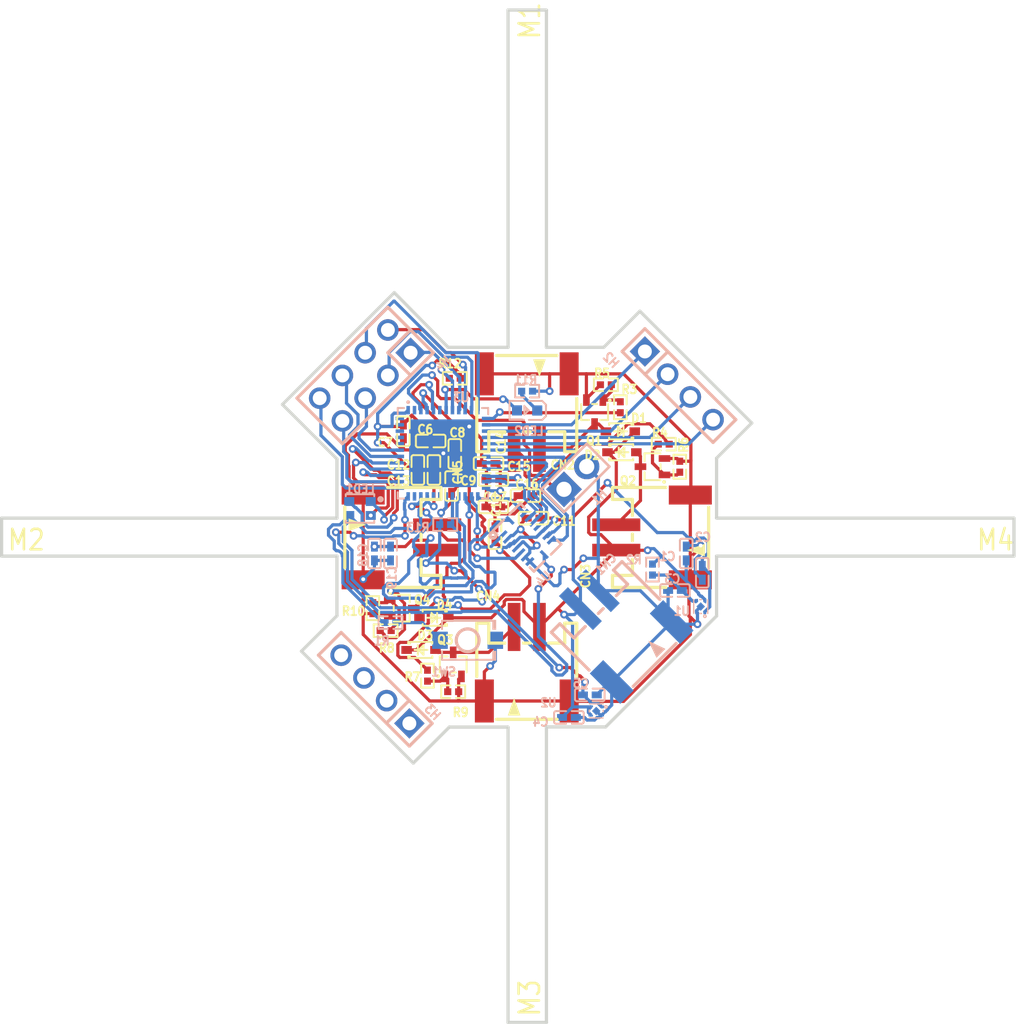
<source format=kicad_pcb>
(kicad_pcb (version 20240108) (generator "pcbnew") (generator_version "8.0")
  (layers (0 "F.Cu" signal "Top Layer") (31 "B.Cu" signal "Bottom Layer") (34 "B.Paste" user "Bottom Paste Mask Layer") (35 "F.Paste" user "Top Paste Mask Layer") (36 "B.SilkS" user "Bottom Silkscreen Layer") (37 "F.SilkS" user "Top Silkscreen Layer") (38 "B.Mask" user "Bottom Solder Mask Layer") (39 "F.Mask" user "Top Solder Mask Layer") (44 "Edge.Cuts" user "Multi-Layer"))
  (net 0 "")
  (net 1 "$1N1853")
  (net 2 "GND")
  (net 3 "3.3V")
  (net 4 "VCC")
  (net 5 "1.2V")
  (net 6 "$1N7555")
  (net 7 "$1N2745")
  (net 8 "$1N3454")
  (net 9 "$1N4378")
  (net 10 "$1N4630")
  (net 11 "$1N4970")
  (net 12 "$1N4976")
  (net 13 "$1N4983")
  (net 14 "$1N5003")
  (net 15 "$1N11822")
  (net 16 "$1N11833")
  (net 17 "$1N11847")
  (net 18 "$1N11856")
  (net 19 "$1N9758")
  (net 20 "$1N9752")
  (net 21 "$1N9704")
  (net 22 "$1N8265")
  (net 23 "$1N8073")
  (net 24 "$1N2749")
  (net 25 "$1N3427")
  (net 26 "$1N4400")
  (net 27 "$1N4626")
  (net 28 "MOTOR2")
  (net 29 "MOTOR4")
  (net 30 "MOTOR1")
  (net 31 "MOTOR3")
  (net 32 "$1N7780")
  (net 33 "$1N9970")
  (net 34 "$1N9959")
  (net 35 "$1N15818")
  (net 36 "$1N15829")
  (net 37 "$1N15838")
  (net 38 "$1N15847")
  (net 39 "$1N15910")
  (net 40 "$1N15979")
  (net 41 "$1N15998")
  (net 42 "$1N16041")
  (net 43 "$1N16036")
  (net 44 "$1N16068")
  (net 45 "$1N16063")
  (net 46 "$1N16419")
  (net 47 "$1N18118")
  (footprint "quad:CONN-SMD_P2.00_S2B-PH-SM4-TB-LF-SN" (layer "F.Cu") (at 139.967 110 -90)
    (property "Reference" "CN5")
    (property "Value" "")
  )
  (footprint "quad:C0402" (layer "F.Cu") (at 147.333 107.587)
    (property "Reference" "C17")
    (property "Value" "")
  )
  (footprint "quad:SOT-323-3_L2.1-W1.3-P1.30-LS2.3-BL" (layer "F.Cu") (at 144.158 120.033)
    (property "Reference" "Q3")
    (property "Value" "")
  )
  (footprint "quad:SOT-323-3_L2.1-W1.3-P1.30-LS2.3-BL" (layer "F.Cu") (at 140.094 115.588 -90)
    (property "Reference" "Q4")
    (property "Value" "")
  )
  (footprint "quad:C0402" (layer "F.Cu") (at 150.508 108.476)
    (property "Reference" "C11")
    (property "Value" "")
  )
  (footprint "quad:C0402" (layer "F.Cu") (at 149.873 106.698 180)
    (property "Reference" "C16")
    (property "Value" "")
  )
  (footprint "quad:R0402" (layer "F.Cu") (at 138.824 117.366)
    (property "Reference" "R8")
    (property "Value" "")
  )
  (footprint "quad:R0402" (layer "F.Cu") (at 137.808 115.588 90)
    (property "Reference" "R10")
    (property "Value" "")
  )
  (footprint "quad:C0402" (layer "F.Cu") (at 147.333 105.428)
    (property "Reference" "C15")
    (property "Value" "")
  )
  (footprint "quad:R0402" (layer "F.Cu") (at 144.158 122.192 180)
    (property "Reference" "R9")
    (property "Value" "")
  )
  (footprint "quad:R0402" (layer "F.Cu") (at 156.223 97.935)
    (property "Reference" "R5")
    (property "Value" "")
  )
  (footprint "quad:C0402" (layer "F.Cu") (at 142.38 102.38)
    (property "Reference" "C6")
    (property "Value" "")
  )
  (footprint "quad:CONN-SMD_P2.00_S2B-PH-SM4-TB-LF-SN" (layer "F.Cu") (at 149.971 100 180)
    (property "Reference" "CN2")
    (property "Value" "")
  )
  (footprint "quad:R0402" (layer "F.Cu") (at 157.366 99.713 90)
    (property "Reference" "R3")
    (property "Value" "")
  )
  (footprint "quad:C0402" (layer "F.Cu") (at 147.46 109.746 -90)
    (property "Reference" "C10")
    (property "Value" "")
  )
  (footprint "quad:R0402" (layer "F.Cu") (at 162.065 104.412 -90)
    (property "Reference" "R6")
    (property "Value" "")
  )
  (footprint "quad:C0402" (layer "F.Cu") (at 144.031 105.936 -90)
    (property "Reference" "C9")
    (property "Value" "")
  )
  (footprint "quad:R0402" (layer "F.Cu") (at 144.285 97.427 180)
    (property "Reference" "R12")
    (property "Value" "")
  )
  (footprint "quad:C0402" (layer "F.Cu") (at 142.634 104.666 -90)
    (property "Reference" "C12")
    (property "Value" "")
  )
  (footprint "quad:CONN-SMD_P2.00_S2B-PH-SM4-TB-LF-SN" (layer "F.Cu") (at 159.971 110 90)
    (property "Reference" "CN3")
    (property "Value" "")
  )
  (footprint "quad:C0402" (layer "F.Cu") (at 141.364 104.666 -90)
    (property "Reference" "C13")
    (property "Value" "")
  )
  (footprint "quad:CONN-SMD_P2.00_S2B-PH-SM4-TB-LF-SN" (layer "F.Cu") (at 149.971 120)
    (property "Reference" "CN4")
    (property "Value" "")
  )
  (footprint "quad:R0402" (layer "F.Cu") (at 142.126 120.922 -90)
    (property "Reference" "R7")
    (property "Value" "")
  )
  (footprint "quad:SOD-323_L1.7-W1.3-LS2.6-RD-1" (layer "F.Cu") (at 157.493 103.269)
    (property "Reference" "D2")
    (property "Value" "")
  )
  (footprint "quad:SOD-323_L1.7-W1.3-LS2.6-RD-1" (layer "F.Cu") (at 157.366 101.618 180)
    (property "Reference" "D1")
    (property "Value" "")
  )
  (footprint "quad:C0402" (layer "F.Cu") (at 140.221 101.618 90)
    (property "Reference" "C7")
    (property "Value" "")
  )
  (footprint "quad:C0402" (layer "F.Cu") (at 146.952 104.158)
    (property "Reference" "C14")
    (property "Value" "")
  )
  (footprint "quad:SOT-323-3_L2.1-W1.3-P1.30-LS2.3-BL" (layer "F.Cu") (at 155.334 100.094 180)
    (property "Reference" "Q1")
    (property "Value" "")
  )
  (footprint "quad:C0402" (layer "F.Cu") (at 144.285 103.396 -90)
    (property "Reference" "C8")
    (property "Value" "")
  )
  (footprint "quad:SOT-323-3_L2.1-W1.3-P1.30-LS2.3-BL" (layer "F.Cu") (at 159.906 104.412 90)
    (property "Reference" "Q2")
    (property "Value" "")
  )
  (footprint "quad:SOD-323_L1.7-W1.3-LS2.6-RD-1" (layer "F.Cu") (at 141.618 118.89)
    (property "Reference" "D3")
    (property "Value" "")
  )
  (footprint "quad:R0402" (layer "F.Cu") (at 160.795 102.634 180)
    (property "Reference" "R4")
    (property "Value" "")
  )
  (footprint "quad:SOD-323_L1.7-W1.3-LS2.6-RD-1" (layer "F.Cu") (at 142.634 116.35 180)
    (property "Reference" "D4")
    (property "Value" "")
  )
  (footprint "quad:R0402" (layer "B.Cu") (at 143.523 108.984 180)
    (property "Reference" "R13")
    (property "Value" "")
  )
  (footprint "quad:C0402" (layer "B.Cu") (at 139.205 111.27 90)
    (property "Reference" "C19")
    (property "Value" "")
  )
  (footprint "quad:C0402" (layer "B.Cu") (at 163.843 112.794 90)
    (property "Reference" "C2")
    (property "Value" "")
  )
  (footprint "quad:CONN-SMD_P2.00_S2B-PH-SM4-TB-LF-SN" (layer "B.Cu") (at 156.985 116.985 -135)
    (property "Reference" "CN1")
    (property "Value" "")
  )
  (footprint "quad:HDR-TH_4P-P2.54-V-M" (layer "B.Cu") (at 138 122 135)
    (property "Reference" "H3")
    (property "Value" "")
  )
  (footprint "quad:C0402" (layer "B.Cu") (at 162.573 111.27 -90)
    (property "Reference" "C1")
    (property "Value" "")
  )
  (footprint "quad:X2SON-4_L1.0-W1.0-P0.65-TL-EP" (layer "B.Cu") (at 155.461 123.716 180)
    (property "Reference" "U2")
    (property "Value" "")
  )
  (footprint "quad:HDR-TH_2P-P2.54-V-M" (layer "B.Cu") (at 153.81 105.301 45)
    (property "Reference" "H1")
    (property "Value" "")
  )
  (footprint "quad:SW-SMD_L3.9-W3.0-P4.45" (layer "B.Cu") (at 145.301 118.128)
    (property "Reference" "SW1")
    (property "Value" "")
  )
  (footprint "quad:LED-SMD_FM-B2020RGBA-HG" (layer "B.Cu") (at 136.792 107.714 180)
    (property "Reference" "LED1")
    (property "Value" "")
  )
  (footprint "quad:C0402" (layer "B.Cu") (at 153.302 124.224 180)
    (property "Reference" "C4")
    (property "Value" "")
  )
  (footprint "quad:HDR-TH_4P-P2.54-V-M" (layer "B.Cu") (at 162 98 -45)
    (property "Reference" "H2")
    (property "Value" "")
  )
  (footprint "quad:R0402" (layer "B.Cu") (at 139.205 116.731)
    (property "Reference" "R1")
    (property "Value" "")
  )
  (footprint "quad:C0402" (layer "B.Cu") (at 154.953 122.446 180)
    (property "Reference" "C5")
    (property "Value" "")
  )
  (footprint "quad:HDR-TH_8P-P2.54-V-M-R2-C4-S2.54" (layer "B.Cu") (at 137.2 97.2 -135)
    (property "Reference" "H4")
    (property "Value" "")
  )
  (footprint "quad:X2SON-4_L1.0-W1.0-P0.65-TL-EP" (layer "B.Cu") (at 163.716 115.461 90)
    (property "Reference" "U1")
    (property "Value" "")
  )
  (footprint "quad:R0402" (layer "B.Cu") (at 150 98.443 180)
    (property "Reference" "R11")
    (property "Value" "")
  )
  (footprint "quad:LED0603-RD_BLUE" (layer "B.Cu") (at 150 99.967 180)
    (property "Reference" "LED2")
    (property "Value" "")
  )
  (footprint "quad:LGA-16_L4.5-W3.0-P0.50-BL" (layer "B.Cu") (at 150 110 45)
    (property "Reference" "U4")
    (property "Value" "")
  )
  (footprint "quad:QFN-48_L7.0-W7.0-P0.50-TL-EP5.4-1" (layer "B.Cu") (at 143.35 103.3505 -90)
    (property "Reference" "U3")
    (property "Value" "")
  )
  (footprint "quad:R0402" (layer "B.Cu") (at 159.906 112.54 -90)
    (property "Reference" "R2")
    (property "Value" "")
  )
  (footprint "quad:C0402" (layer "B.Cu") (at 161.684 114.191)
    (property "Reference" "C3")
    (property "Value" "")
  )
  (footprint "quad:C0402" (layer "B.Cu") (at 137.935 111.27 90)
    (property "Reference" "C18")
    (property "Value" "")
  )
  (gr_line (start 164.971 111.476) (end 164.971 116.208) (stroke (width 0.254)) (layer "Edge.Cuts"))
  (gr_line (start 156.203 124.976) (end 151.534 124.976) (stroke (width 0.254)) (layer "Edge.Cuts"))
  (gr_line (start 134.971 111.476) (end 108.471 111.476) (stroke (width 0.254)) (layer "Edge.Cuts"))
  (gr_line (start 148.494 125.004) (end 148.476 124.986) (stroke (width 0.254)) (layer "Edge.Cuts"))
  (gr_line (start 143.757 94.976) (end 148.494 94.976) (stroke (width 0.254)) (layer "Edge.Cuts"))
  (gr_line (start 151.534 124.976) (end 151.524 124.986) (stroke (width 0.254)) (layer "Edge.Cuts"))
  (gr_line (start 108.471 111.476) (end 108.471 108.476) (stroke (width 0.254)) (layer "Edge.Cuts"))
  (gr_line (start 156.0575 94.976) (end 158.912 92.122) (stroke (width 0.254)) (layer "Edge.Cuts"))
  (gr_line (start 164.971 103.7405) (end 164.971 108.461) (stroke (width 0.254)) (layer "Edge.Cuts"))
  (gr_line (start 134.971 108.476) (end 134.971 103.8015) (stroke (width 0.254)) (layer "Edge.Cuts"))
  (gr_line (start 134.971 116.19) (end 134.971 111.476) (stroke (width 0.254)) (layer "Edge.Cuts"))
  (gr_line (start 151.524 124.986) (end 151.524 148.326) (stroke (width 0.254)) (layer "Edge.Cuts"))
  (gr_line (start 151.524 94.976) (end 156.0575 94.976) (stroke (width 0.254)) (layer "Edge.Cuts"))
  (gr_line (start 164.986 108.476) (end 188.471 108.476) (stroke (width 0.254)) (layer "Edge.Cuts"))
  (gr_line (start 143.853 124.986) (end 141.005 127.8335) (stroke (width 0.254)) (layer "Edge.Cuts"))
  (gr_line (start 148.494 148.326) (end 148.494 125.004) (stroke (width 0.254)) (layer "Edge.Cuts"))
  (gr_line (start 130.6645 99.495) (end 139.5035 90.656) (stroke (width 0.254)) (layer "Edge.Cuts"))
  (gr_line (start 164.971 108.461) (end 164.986 108.476) (stroke (width 0.254)) (layer "Edge.Cuts"))
  (gr_line (start 134.971 103.8015) (end 130.6645 99.495) (stroke (width 0.254)) (layer "Edge.Cuts"))
  (gr_line (start 148.494 68.326) (end 151.506 68.326) (stroke (width 0.254)) (layer "Edge.Cuts"))
  (gr_line (start 151.524 148.326) (end 148.494 148.326) (stroke (width 0.254)) (layer "Edge.Cuts"))
  (gr_line (start 188.471 111.476) (end 164.971 111.476) (stroke (width 0.254)) (layer "Edge.Cuts"))
  (gr_line (start 148.476 124.986) (end 143.853 124.986) (stroke (width 0.254)) (layer "Edge.Cuts"))
  (gr_line (start 167.7505 100.9605) (end 164.971 103.7405) (stroke (width 0.254)) (layer "Edge.Cuts"))
  (gr_line (start 158.912 92.122) (end 167.7505 100.9605) (stroke (width 0.254)) (layer "Edge.Cuts"))
  (gr_line (start 132.1665 118.995) (end 134.971 116.19) (stroke (width 0.254)) (layer "Edge.Cuts"))
  (gr_line (start 139.5035 90.656) (end 143.757 94.976) (stroke (width 0.254)) (layer "Edge.Cuts"))
  (gr_line (start 164.971 116.208) (end 156.203 124.976) (stroke (width 0.254)) (layer "Edge.Cuts"))
  (gr_line (start 151.524 68.344) (end 151.524 94.976) (stroke (width 0.254)) (layer "Edge.Cuts"))
  (gr_line (start 108.471 108.476) (end 134.971 108.476) (stroke (width 0.254)) (layer "Edge.Cuts"))
  (gr_line (start 188.471 108.476) (end 188.471 111.476) (stroke (width 0.254)) (layer "Edge.Cuts"))
  (gr_line (start 148.494 94.976) (end 148.494 68.326) (stroke (width 0.254)) (layer "Edge.Cuts"))
  (gr_line (start 151.506 68.326) (end 151.524 68.344) (stroke (width 0.254)) (layer "Edge.Cuts"))
  (gr_line (start 141.005 127.8335) (end 132.1665 118.995) (stroke (width 0.254)) (layer "Edge.Cuts"))
  (gr_text "M2" (at 108.852 111.143 0) (layer "F.SilkS") (effects (font (size 1.61 1.38) (thickness 0.203)) (justify left bottom)))
  (gr_text "M1" (at 151.143 70.757 450) (layer "F.SilkS") (effects (font (size 1.61 1.38) (thickness 0.203)) (justify left bottom)))
  (gr_text "M3" (at 151.143 147.973 90) (layer "F.SilkS") (effects (font (size 1.61 1.38) (thickness 0.203)) (justify left bottom)))
  (gr_text "M4" (at 185.433 111.143 0) (layer "F.SilkS") (effects (font (size 1.61 1.38) (thickness 0.203)) (justify left bottom)))
  (segment (start 163.069 115.031) (end 163.391 115.031) (width 0.254) (layer "B.Cu") (net 1))
  (segment (start 162.229 114.191) (end 163.069 115.031) (width 0.254) (layer "B.Cu") (net 1))
  (segment (start 162.229 114.191) (end 161.011 112.973) (width 0.254) (layer "B.Cu") (net 1))
  (segment (start 161.011 112.973) (end 159.906 112.973) (width 0.254) (layer "B.Cu") (net 1))
  (segment (start 162.065 103.979) (end 162.8935 103.979) (width 0.254) (layer "F.Cu") (net 2))
  (segment (start 141.3685 104.1165) (end 141.3685 103.3505) (width 0.254) (layer "F.Cu") (net 2))
  (segment (start 162.927 116.323) (end 162.896 116.323) (width 0.254) (layer "F.Cu") (net 2))
  (segment (start 138.9095 101.821) (end 136.5715 101.821) (width 0.254) (layer "F.Cu") (net 2))
  (segment (start 146.788 105.428) (end 146.788 104.539) (width 0.254) (layer "F.Cu") (net 2))
  (segment (start 162.896 111.5845) (end 162.896 113.35) (width 0.254) (layer "F.Cu") (net 2))
  (segment (start 162.7885 113.4575) (end 162.7885 116.2155) (width 0.254) (layer "F.Cu") (net 2))
  (segment (start 154.6775 97.075) (end 157.6195 97.075) (width 0.254) (layer "F.Cu") (net 2))
  (segment (start 146.621 122.925) (end 144.5565 122.925) (width 0.254) (layer "F.Cu") (net 2))
  (segment (start 143.382 104.742) (end 143.382 103.3505) (width 0.254) (layer "F.Cu") (net 2))
  (segment (start 140.9765 103.3505) (end 140.711 103.085) (width 0.254) (layer "F.Cu") (net 2))
  (segment (start 151.772 97.075) (end 153.321 97.075) (width 0.254) (layer "F.Cu") (net 2))
  (segment (start 151.778 97.081) (end 151.772 97.075) (width 0.254) (layer "F.Cu") (net 2))
  (segment (start 142.634 103.379) (end 142.6055 103.3505) (width 0.254) (layer "F.Cu") (net 2))
  (segment (start 157.6205 122.9545) (end 153.3505 122.9545) (width 0.254) (layer "F.Cu") (net 2))
  (segment (start 161.848 103.762) (end 160.856 103.762) (width 0.254) (layer "F.Cu") (net 2))
  (segment (start 163.716 110.635) (end 163.716 110.7645) (width 0.254) (layer "F.Cu") (net 2))
  (segment (start 153.556 112.54) (end 154.445 111.651) (width 0.254) (layer "F.Cu") (net 2))
  (segment (start 144.591 122.192) (end 144.591 121.2) (width 0.254) (layer "F.Cu") (net 2))
  (segment (start 162.7885 116.2155) (end 162.896 116.323) (width 0.254) (layer "F.Cu") (net 2))
  (segment (start 135.63 102.7625) (end 135.63 103.2465) (width 0.254) (layer "F.Cu") (net 2))
  (segment (start 146.407 104.158) (end 146.407 102.216) (width 0.254) (layer "F.Cu") (net 2))
  (segment (start 149.963 108.476) (end 149.492 108.947) (width 0.254) (layer "F.Cu") (net 2))
  (segment (start 146.8185 107.587) (end 146.788 107.587) (width 0.254) (layer "F.Cu") (net 2))
  (segment (start 157.6195 97.075) (end 162.939 102.395) (width 0.254) (layer "F.Cu") (net 2))
  (segment (start 162.896 116.323) (end 162.896 117.679) (width 0.254) (layer "F.Cu") (net 2))
  (segment (start 142.6055 103.3505) (end 141.3685 103.3505) (width 0.254) (layer "F.Cu") (net 2))
  (segment (start 144.591 122.8905) (end 144.5565 122.925) (width 0.254) (layer "F.Cu") (net 2))
  (segment (start 137.046 106.65) (end 137.046 113.35) (width 0.254) (layer "F.Cu") (net 2))
  (segment (start 135.88 103.4965) (end 135.88 104.322) (width 0.254) (layer "F.Cu") (net 2))
  (segment (start 144.5565 122.925) (end 142.305 122.925) (width 0.254) (layer "F.Cu") (net 2))
  (segment (start 135.928 105.4485) (end 136.4565 105.977) (width 0.254) (layer "F.Cu") (net 2))
  (segment (start 153.3505 122.9545) (end 153.321 122.925) (width 0.254) (layer "F.Cu") (net 2))
  (segment (start 162.939 102.395) (end 162.939 103.9335) (width 0.254) (layer "F.Cu") (net 2))
  (segment (start 137.064 116.021) (end 137.046 116.039) (width 0.254) (layer "F.Cu") (net 2))
  (segment (start 155.79 97.935) (end 154.684 99.041) (width 0.254) (layer "F.Cu") (net 2))
  (segment (start 153.321 97.075) (end 154.6775 97.075) (width 0.254) (layer "F.Cu") (net 2))
  (segment (start 150.418 106.698) (end 148.98 108.136) (width 0.254) (layer "F.Cu") (net 2))
  (segment (start 135.88 104.322) (end 135.928 104.37) (width 0.254) (layer "F.Cu") (net 2))
  (segment (start 137.808 116.021) (end 137.064 116.021) (width 0.254) (layer "F.Cu") (net 2))
  (segment (start 150.762 110.635) (end 149.492 109.365) (width 0.254) (layer "F.Cu") (net 2))
  (segment (start 140.1735 103.085) (end 138.9095 101.821) (width 0.254) (layer "F.Cu") (net 2))
  (segment (start 146.621 120.618) (end 146.621 122.925) (width 0.254) (layer "F.Cu") (net 2))
  (segment (start 140.221 103.0375) (end 140.1735 103.085) (width 0.254) (layer "F.Cu") (net 2))
  (segment (start 137.046 117.666) (end 137.046 116.039) (width 0.254) (layer "F.Cu") (net 2))
  (segment (start 163.462 116.858) (end 162.927 116.323) (width 0.254) (layer "F.Cu") (net 2))
  (segment (start 137.046 106.2715) (end 137.046 106.65) (width 0.254) (layer "F.Cu") (net 2))
  (segment (start 136.5715 101.821) (end 135.63 102.7625) (width 0.254) (layer "F.Cu") (net 2))
  (segment (start 151.778 98.443) (end 151.778 97.081) (width 0.254) (layer "F.Cu") (net 2))
  (segment (start 146.621 97.075) (end 151.772 97.075) (width 0.254) (layer "F.Cu") (net 2))
  (segment (start 162.8935 103.979) (end 162.939 103.9335) (width 0.254) (layer "F.Cu") (net 2))
  (segment (start 143.7855 103.3505) (end 143.382 103.3505) (width 0.254) (layer "F.Cu") (net 2))
  (segment (start 137.046 113.35) (end 137.046 116.039) (width 0.254) (layer "F.Cu") (net 2))
  (segment (start 146.407 102.216) (end 145.428 101.237) (width 0.254) (layer "F.Cu") (net 2))
  (segment (start 139.144 116.238) (end 138.927 116.021) (width 0.254) (layer "F.Cu") (net 2))
  (segment (start 148.98 108.136) (end 147.3675 108.136) (width 0.254) (layer "F.Cu") (net 2))
  (segment (start 142.305 122.925) (end 137.046 117.666) (width 0.254) (layer "F.Cu") (net 2))
  (segment (start 162.065 103.979) (end 161.848 103.762) (width 0.254) (layer "F.Cu") (net 2))
  (segment (start 136.7515 105.977) (end 137.046 106.2715) (width 0.254) (layer "F.Cu") (net 2))
  (segment (start 140.711 103.085) (end 140.1735 103.085) (width 0.254) (layer "F.Cu") (net 2))
  (segment (start 147.079 120.16) (end 146.621 120.618) (width 0.254) (layer "F.Cu") (net 2))
  (segment (start 140.9765 103.2385) (end 140.9765 103.3505) (width 0.254) (layer "F.Cu") (net 2))
  (segment (start 153.321 122.925) (end 146.621 122.925) (width 0.254) (layer "F.Cu") (net 2))
  (segment (start 154.684 97.081) (end 154.6775 97.075) (width 0.254) (layer "F.Cu") (net 2))
  (segment (start 146.788 107.587) (end 146.788 105.428) (width 0.254) (layer "F.Cu") (net 2))
  (segment (start 162.896 117.679) (end 157.6205 122.9545) (width 0.254) (layer "F.Cu") (net 2))
  (segment (start 144.285 102.851) (end 143.7855 103.3505) (width 0.254) (layer "F.Cu") (net 2))
  (segment (start 135.63 103.2465) (end 135.88 103.4965) (width 0.254) (layer "F.Cu") (net 2))
  (segment (start 154.684 99.041) (end 154.684 97.081) (width 0.254) (layer "F.Cu") (net 2))
  (segment (start 162.896 106.65) (end 162.896 111.5845) (width 0.254) (layer "F.Cu") (net 2))
  (segment (start 142.634 104.121) (end 142.634 103.379) (width 0.254) (layer "F.Cu") (net 2))
  (segment (start 162.939 103.9335) (end 162.939 106.607) (width 0.254) (layer "F.Cu") (net 2))
  (segment (start 147.46 109.201) (end 147.46 108.2285) (width 0.254) (layer "F.Cu") (net 2))
  (segment (start 140.221 102.163) (end 140.221 103.0375) (width 0.254) (layer "F.Cu") (net 2))
  (segment (start 138.927 116.021) (end 137.808 116.021) (width 0.254) (layer "F.Cu") (net 2))
  (segment (start 144.591 122.192) (end 144.591 122.8905) (width 0.254) (layer "F.Cu") (net 2))
  (segment (start 141.835 102.38) (end 140.9765 103.2385) (width 0.254) (layer "F.Cu") (net 2))
  (segment (start 147.3675 108.136) (end 146.8185 107.587) (width 0.254) (layer "F.Cu") (net 2))
  (segment (start 154.684 99.041) (end 154.684 99.144) (width 0.254) (layer "F.Cu") (net 2))
  (segment (start 149.492 108.947) (end 149.492 109.365) (width 0.254) (layer "F.Cu") (net 2))
  (segment (start 135.928 104.37) (end 135.928 105.4485) (width 0.254) (layer "F.Cu") (net 2))
  (segment (start 147.46 108.2285) (end 147.3675 108.136) (width 0.254) (layer "F.Cu") (net 2))
  (segment (start 143.382 103.3505) (end 142.6055 103.3505) (width 0.254) (layer "F.Cu") (net 2))
  (segment (start 141.364 104.121) (end 141.3685 104.1165) (width 0.254) (layer "F.Cu") (net 2))
  (segment (start 146.788 104.539) (end 146.407 104.158) (width 0.254) (layer "F.Cu") (net 2))
  (segment (start 144.031 105.391) (end 143.382 104.742) (width 0.254) (layer "F.Cu") (net 2))
  (segment (start 162.896 113.35) (end 162.7885 113.4575) (width 0.254) (layer "F.Cu") (net 2))
  (segment (start 162.939 106.607) (end 162.896 106.65) (width 0.254) (layer "F.Cu") (net 2))
  (segment (start 152.921 112.54) (end 153.556 112.54) (width 0.254) (layer "F.Cu") (net 2))
  (segment (start 136.4565 105.977) (end 136.7515 105.977) (width 0.254) (layer "F.Cu") (net 2))
  (segment (start 141.3685 103.3505) (end 140.9765 103.3505) (width 0.254) (layer "F.Cu") (net 2))
  (segment (start 144.591 121.2) (end 144.808 120.983) (width 0.254) (layer "F.Cu") (net 2))
  (segment (start 163.716 110.7645) (end 162.896 111.5845) (width 0.254) (layer "F.Cu") (net 2))
  (via (at 149.492 109.365) (size 0.61) (drill 0.305) (layers "F.Cu" "B.Cu") (net 2))
  (via (at 154.445 111.651) (size 0.61) (drill 0.305) (layers "F.Cu" "B.Cu") (net 2))
  (via (at 163.716 110.635) (size 0.61) (drill 0.305) (layers "F.Cu" "B.Cu") (net 2))
  (via (at 163.462 116.858) (size 0.61) (drill 0.305) (layers "F.Cu" "B.Cu") (net 2))
  (via (at 143.382 103.3505) (size 0.61) (drill 0.305) (layers "F.Cu" "B.Cu") (net 2))
  (via (at 137.046 113.302) (size 0.61) (drill 0.305) (layers "F.Cu" "B.Cu") (net 2))
  (via (at 152.921 112.54) (size 0.61) (drill 0.305) (layers "F.Cu" "B.Cu") (net 2))
  (via (at 150.762 110.635) (size 0.61) (drill 0.305) (layers "F.Cu" "B.Cu") (net 2))
  (via (at 147.079 120.16) (size 0.61) (drill 0.305) (layers "F.Cu" "B.Cu") (net 2))
  (via (at 145.428 101.237) (size 0.61) (drill 0.305) (layers "F.Cu" "B.Cu") (net 2))
  (via (at 151.778 98.443) (size 0.61) (drill 0.305) (layers "F.Cu" "B.Cu") (net 2))
  (segment (start 156.152 123.78) (end 156.1865 123.78) (width 0.254) (layer "B.Cu") (net 2))
  (segment (start 149.153 110.85) (end 149.659 110.3435) (width 0.254) (layer "B.Cu") (net 2))
  (segment (start 150.21 110.8475) (end 150.21 111.207) (width 0.254) (layer "B.Cu") (net 2))
  (segment (start 155.624 105.3185) (end 155.624 111.703) (width 0.254) (layer "B.Cu") (net 2))
  (segment (start 152.5925 113.6305) (end 152.413 113.81) (width 0.254) (layer "B.Cu") (net 2))
  (segment (start 137.935 112.413) (end 137.046 113.302) (width 0.254) (layer "B.Cu") (net 2))
  (segment (start 155.891 124.041) (end 156.152 123.78) (width 0.254) (layer "B.Cu") (net 2))
  (segment (start 161.139 114.191) (end 161.139 116.4015) (width 0.254) (layer "B.Cu") (net 2))
  (segment (start 161.422 116.6845) (end 161.5955 116.858) (width 0.254) (layer "B.Cu") (net 2))
  (segment (start 163.391 115.891) (end 163.462 115.962) (width 0.254) (layer "B.Cu") (net 2))
  (segment (start 155.5325 124.224) (end 155.708 124.224) (width 0.254) (layer "B.Cu") (net 2))
  (segment (start 148.884 109.846) (end 148.7425 109.846) (width 0.254) (layer "B.Cu") (net 2))
  (segment (start 148.7425 109.846) (end 148.446 110.143) (width 0.254) (layer "B.Cu") (net 2))
  (segment (start 154.708 104.403) (end 155.624 105.3185) (width 0.254) (layer "B.Cu") (net 2))
  (segment (start 150.21 110.8475) (end 150.5495 110.8475) (width 0.254) (layer "B.Cu") (net 2))
  (segment (start 145.428 101.237) (end 143.35 103.315) (width 0.254) (layer "B.Cu") (net 2))
  (segment (start 155.572 111.651) (end 155.624 111.703) (width 0.254) (layer "B.Cu") (net 2))
  (segment (start 156.522 121.422) (end 156.6845 121.422) (width 0.254) (layer "B.Cu") (net 2))
  (segment (start 163.391 115.786) (end 163.391 115.891) (width 0.254) (layer "B.Cu") (net 2))
  (segment (start 137.935 111.815) (end 137.935 112.413) (width 0.254) (layer "B.Cu") (net 2))
  (segment (start 155.461 123.716) (end 155.786 124.041) (width 0.254) (layer "B.Cu") (net 2))
  (segment (start 150.433 98.443) (end 151.778 98.443) (width 0.254) (layer "B.Cu") (net 2))
  (segment (start 161.139 116.4015) (end 161.422 116.6845) (width 0.254) (layer "B.Cu") (net 2))
  (segment (start 161.422 116.6845) (end 156.6845 121.422) (width 0.254) (layer "B.Cu") (net 2))
  (segment (start 154.445 111.651) (end 155.572 111.651) (width 0.254) (layer "B.Cu") (net 2))
  (segment (start 155.624 114.2095) (end 158.947 114.2095) (width 0.254) (layer "B.Cu") (net 2))
  (segment (start 163.294 111.7385) (end 163.716 111.3165) (width 0.254) (layer "B.Cu") (net 2))
  (segment (start 150.205 111.89) (end 149.866 111.551) (width 0.254) (layer "B.Cu") (net 2))
  (segment (start 163.462 115.962) (end 163.462 116.858) (width 0.254) (layer "B.Cu") (net 2))
  (segment (start 149.86 111.557) (end 149.866 111.551) (width 0.254) (layer "B.Cu") (net 2))
  (segment (start 147.486 119.753) (end 147.079 120.16) (width 0.254) (layer "B.Cu") (net 2))
  (segment (start 149.365 109.365) (end 148.884 109.846) (width 0.254) (layer "B.Cu") (net 2))
  (segment (start 162.573 110.725) (end 162.663 110.635) (width 0.254) (layer "B.Cu") (net 2))
  (segment (start 152.921 112.54) (end 152.5925 112.8685) (width 0.254) (layer "B.Cu") (net 2))
  (segment (start 155.624 111.703) (end 155.624 114.2095) (width 0.254) (layer "B.Cu") (net 2))
  (segment (start 149.706 110.3435) (end 150.21 110.8475) (width 0.254) (layer "B.Cu") (net 2))
  (segment (start 163.843 113.339) (end 163.294 112.79) (width 0.254) (layer "B.Cu") (net 2))
  (segment (start 156.35 123.582) (end 156.6845 123.2475) (width 0.254) (layer "B.Cu") (net 2))
  (segment (start 147.486 118.128) (end 147.486 119.753) (width 0.254) (layer "B.Cu") (net 2))
  (segment (start 155.3265 124.43) (end 155.5325 124.224) (width 0.254) (layer "B.Cu") (net 2))
  (segment (start 155.708 124.224) (end 155.891 124.041) (width 0.254) (layer "B.Cu") (net 2))
  (segment (start 149.492 109.365) (end 149.365 109.365) (width 0.254) (layer "B.Cu") (net 2))
  (segment (start 156.35 123.6165) (end 156.35 123.582) (width 0.254) (layer "B.Cu") (net 2))
  (segment (start 158.947 114.2095) (end 161.139 116.4015) (width 0.254) (layer "B.Cu") (net 2))
  (segment (start 155.498 122.446) (end 156.522 121.422) (width 0.254) (layer "B.Cu") (net 2))
  (segment (start 162.663 110.635) (end 163.716 110.635) (width 0.254) (layer "B.Cu") (net 2))
  (segment (start 163.294 112.79) (end 163.294 111.7385) (width 0.254) (layer "B.Cu") (net 2))
  (segment (start 143.35 103.315) (end 143.35 103.3505) (width 0.254) (layer "B.Cu") (net 2))
  (segment (start 150.5495 110.8475) (end 150.762 110.635) (width 0.254) (layer "B.Cu") (net 2))
  (segment (start 152.5925 112.8685) (end 152.5925 113.6305) (width 0.254) (layer "B.Cu") (net 2))
  (segment (start 163.716 115.461) (end 163.391 115.786) (width 0.254) (layer "B.Cu") (net 2))
  (segment (start 139.205 111.815) (end 137.935 111.815) (width 0.254) (layer "B.Cu") (net 2))
  (segment (start 154.7355 124.43) (end 155.3265 124.43) (width 0.254) (layer "B.Cu") (net 2))
  (segment (start 150.21 111.207) (end 149.866 111.551) (width 0.254) (layer "B.Cu") (net 2))
  (segment (start 161.5955 116.858) (end 163.462 116.858) (width 0.254) (layer "B.Cu") (net 2))
  (segment (start 149.659 110.3435) (end 149.706 110.3435) (width 0.254) (layer "B.Cu") (net 2))
  (segment (start 153.847 124.224) (end 154.5295 124.224) (width 0.254) (layer "B.Cu") (net 2))
  (segment (start 156.1865 123.78) (end 156.35 123.6165) (width 0.254) (layer "B.Cu") (net 2))
  (segment (start 156.6845 123.2475) (end 156.6845 121.422) (width 0.254) (layer "B.Cu") (net 2))
  (segment (start 154.5295 124.224) (end 154.7355 124.43) (width 0.254) (layer "B.Cu") (net 2))
  (segment (start 152.113 113.81) (end 150.2135 111.9105) (width 0.254) (layer "B.Cu") (net 2))
  (segment (start 152.413 113.81) (end 152.113 113.81) (width 0.254) (layer "B.Cu") (net 2))
  (segment (start 163.716 111.3165) (end 163.716 110.635) (width 0.254) (layer "B.Cu") (net 2))
  (segment (start 155.786 124.041) (end 155.891 124.041) (width 0.254) (layer "B.Cu") (net 2))
  (segment (start 148.208 114.54) (end 147.084 115.664) (width 0.254) (layer "F.Cu") (net 3))
  (segment (start 147.878 105.428) (end 149.106 105.428) (width 0.254) (layer "F.Cu") (net 3))
  (segment (start 151.092 107.0835) (end 151.092 106.3125) (width 0.254) (layer "F.Cu") (net 3))
  (segment (start 144.869 115.664) (end 144.539 115.334) (width 0.254) (layer "F.Cu") (net 3))
  (segment (start 149.439 114.54) (end 148.208 114.54) (width 0.254) (layer "F.Cu") (net 3))
  (segment (start 140.889 100.405) (end 140.889 100.3435) (width 0.254) (layer "F.Cu") (net 3))
  (segment (start 143.65 96.03) (end 142.888 96.03) (width 0.254) (layer "F.Cu") (net 3))
  (segment (start 144.718 97.098) (end 143.65 96.03) (width 0.254) (layer "F.Cu") (net 3))
  (segment (start 147.878 107.587) (end 147.878 106.317) (width 0.254) (layer "F.Cu") (net 3))
  (segment (start 142.925 102.38) (end 140.889 100.3435) (width 0.254) (layer "F.Cu") (net 3))
  (segment (start 150.9285 106.149) (end 149.9075 106.149) (width 0.254) (layer "F.Cu") (net 3))
  (segment (start 156.35 105.682) (end 153.429 108.603) (width 0.254) (layer "F.Cu") (net 3))
  (segment (start 147.841 110.672) (end 147.841 111.016) (width 0.254) (layer "F.Cu") (net 3))
  (segment (start 149.744 106.3125) (end 149.744 106.3345) (width 0.254) (layer "F.Cu") (net 3))
  (segment (start 141.364 105.211) (end 142.634 105.211) (width 0.254) (layer "F.Cu") (net 3))
  (segment (start 142.634 105.211) (end 142.634 107.5355) (width 0.254) (layer "F.Cu") (net 3))
  (segment (start 151.053 108.476) (end 151.053 107.1225) (width 0.254) (layer "F.Cu") (net 3))
  (segment (start 138.66 102.507) (end 138.189 102.507) (width 0.254) (layer "F.Cu") (net 3))
  (segment (start 147.878 104.539) (end 147.497 104.158) (width 0.254) (layer "F.Cu") (net 3))
  (segment (start 152.032 108.476) (end 152.159 108.603) (width 0.254) (layer "F.Cu") (net 3))
  (segment (start 140.889 100.3435) (end 139.9955 101.237) (width 0.254) (layer "F.Cu") (net 3))
  (segment (start 151.053 108.476) (end 152.032 108.476) (width 0.254) (layer "F.Cu") (net 3))
  (segment (start 142.888 96.03) (end 142.507 96.411) (width 0.254) (layer "F.Cu") (net 3))
  (segment (start 147.841 111.016) (end 147.968 111.143) (width 0.254) (layer "F.Cu") (net 3))
  (segment (start 147.968 111.143) (end 148.159 111.143) (width 0.254) (layer "F.Cu") (net 3))
  (segment (start 148.439 107.587) (end 147.878 107.587) (width 0.254) (layer "F.Cu") (net 3))
  (segment (start 147.878 105.428) (end 147.878 104.539) (width 0.254) (layer "F.Cu") (net 3))
  (segment (start 147.084 115.664) (end 144.869 115.664) (width 0.254) (layer "F.Cu") (net 3))
  (segment (start 151.092 106.3125) (end 150.9285 106.149) (width 0.254) (layer "F.Cu") (net 3))
  (segment (start 144.718 97.427) (end 144.718 97.098) (width 0.254) (layer "F.Cu") (net 3))
  (segment (start 141.364 105.211) (end 138.66 102.507) (width 0.254) (layer "F.Cu") (net 3))
  (segment (start 140.221 101.073) (end 140.889 100.405) (width 0.254) (layer "F.Cu") (net 3))
  (segment (start 149.328 106.698) (end 148.439 107.587) (width 0.254) (layer "F.Cu") (net 3))
  (segment (start 151.053 107.1225) (end 151.092 107.0835) (width 0.254) (layer "F.Cu") (net 3))
  (segment (start 149.744 106.3345) (end 149.3805 106.698) (width 0.254) (layer "F.Cu") (net 3))
  (segment (start 139.9955 101.237) (end 138.189 101.237) (width 0.254) (layer "F.Cu") (net 3))
  (segment (start 150.203 113.187) (end 150.203 113.776) (width 0.254) (layer "F.Cu") (net 3))
  (segment (start 149.3805 106.698) (end 149.328 106.698) (width 0.254) (layer "F.Cu") (net 3))
  (segment (start 147.878 106.317) (end 147.878 105.428) (width 0.254) (layer "F.Cu") (net 3))
  (segment (start 149.9075 106.149) (end 149.744 106.3125) (width 0.254) (layer "F.Cu") (net 3))
  (segment (start 147.46 110.291) (end 147.841 110.672) (width 0.254) (layer "F.Cu") (net 3))
  (segment (start 150.203 113.776) (end 149.439 114.54) (width 0.254) (layer "F.Cu") (net 3))
  (segment (start 148.159 111.143) (end 150.203 113.187) (width 0.254) (layer "F.Cu") (net 3))
  (segment (start 142.634 107.5355) (end 142.6225 107.547) (width 0.254) (layer "F.Cu") (net 3))
  (segment (start 153.429 108.603) (end 152.159 108.603) (width 0.254) (layer "F.Cu") (net 3))
  (segment (start 149.106 105.428) (end 149.252 105.282) (width 0.254) (layer "F.Cu") (net 3))
  (via (at 142.6225 107.547) (size 0.61) (drill 0.305) (layers "F.Cu" "B.Cu") (net 3))
  (via (at 149.252 105.282) (size 0.61) (drill 0.305) (layers "F.Cu" "B.Cu") (net 3))
  (via (at 138.189 101.237) (size 0.61) (drill 0.305) (layers "F.Cu" "B.Cu") (net 3))
  (via (at 144.539 115.334) (size 0.61) (drill 0.305) (layers "F.Cu" "B.Cu") (net 3))
  (via (at 147.841 111.016) (size 0.61) (drill 0.305) (layers "F.Cu" "B.Cu") (net 3))
  (via (at 152.159 108.603) (size 0.61) (drill 0.305) (layers "F.Cu" "B.Cu") (net 3))
  (via (at 138.189 102.507) (size 0.61) (drill 0.305) (layers "F.Cu" "B.Cu") (net 3))
  (via (at 156.35 105.682) (size 0.61) (drill 0.305) (layers "F.Cu" "B.Cu") (net 3))
  (via (at 147.878 106.317) (size 0.61) (drill 0.305) (layers "F.Cu" "B.Cu") (net 3))
  (via (at 142.507 96.411) (size 0.61) (drill 0.305) (layers "F.Cu" "B.Cu") (net 3))
  (segment (start 139.4945 100.181) (end 139.331 100.3445) (width 0.254) (layer "B.Cu") (net 3))
  (segment (start 142.5225 107.547) (end 142.181 107.2055) (width 0.254) (layer "B.Cu") (net 3))
  (segment (start 147.841 111.016) (end 148.064 110.793) (width 0.254) (layer "B.Cu") (net 3))
  (segment (start 162.751 110.051) (end 162.319 109.619) (width 0.254) (layer "B.Cu") (net 3))
  (segment (start 134.645 109.005) (end 134.303 109.347) (width 0.254) (layer "B.Cu") (net 3))
  (segment (start 164.3 111.236) (end 164.3 110.393) (width 0.254) (layer "B.Cu") (net 3))
  (segment (start 135.471 110.3345) (end 135.471 109.165) (width 0.254) (layer "B.Cu") (net 3))
  (segment (start 141.999 96.411) (end 142.507 96.411) (width 0.254) (layer "B.Cu") (net 3))
  (segment (start 140.6 99.943) (end 140.3615 100.181) (width 0.254) (layer "B.Cu") (net 3))
  (segment (start 134.303 109.347) (end 134.303 109.831) (width 0.254) (layer "B.Cu") (net 3))
  (segment (start 146.8385 105.181) (end 146.7575 105.1005) (width 0.254) (layer "B.Cu") (net 3))
  (segment (start 143.206 115.461) (end 143.105 115.562) (width 0.254) (layer "B.Cu") (net 3))
  (segment (start 136.157 108.479) (end 137.297 109.619) (width 0.254) (layer "B.Cu") (net 3))
  (segment (start 135.471 109.165) (end 136.157 108.479) (width 0.254) (layer "B.Cu") (net 3))
  (segment (start 141.2155 109.568) (end 141.5855 109.198) (width 0.254) (layer "B.Cu") (net 3))
  (segment (start 151.2555 109.5065) (end 151.2035 109.5065) (width 0.254) (layer "B.Cu") (net 3))
  (segment (start 164.041 115.87) (end 164.43 115.481) (width 0.254) (layer "B.Cu") (net 3))
  (segment (start 148.4425 105.282) (end 148.342 105.181) (width 0.254) (layer "B.Cu") (net 3))
  (segment (start 164.041 115.891) (end 164.041 115.87) (width 0.254) (layer "B.Cu") (net 3))
  (segment (start 163.958 110.051) (end 163.474 110.051) (width 0.254) (layer "B.Cu") (net 3))
  (segment (start 164.43 112.8665) (end 164.041 112.4775) (width 0.254) (layer "B.Cu") (net 3))
  (segment (start 144.412 115.461) (end 143.206 115.461) (width 0.254) (layer "B.Cu") (net 3))
  (segment (start 148.342 105.181) (end 146.8385 105.181) (width 0.254) (layer "B.Cu") (net 3))
  (segment (start 137.297 109.619) (end 139.205 109.619) (width 0.254) (layer "B.Cu") (net 3))
  (segment (start 142.181 107.2055) (end 142.181 107.178) (width 0.254) (layer "B.Cu") (net 3))
  (segment (start 163.843 112.249) (end 163.843 111.693) (width 0.254) (layer "B.Cu") (net 3))
  (segment (start 149.445 109.987) (end 148.935 110.4965) (width 0.254) (layer "B.Cu") (net 3))
  (segment (start 146.974 106.317) (end 146.7575 106.1005) (width 0.254) (layer "B.Cu") (net 3))
  (segment (start 152.159 108.603) (end 151.2555 109.5065) (width 0.254) (layer "B.Cu") (net 3))
  (segment (start 139.331 101.2115) (end 139.306 101.237) (width 0.254) (layer "B.Cu") (net 3))
  (segment (start 142.126 106.7635) (end 142.132 106.7575) (width 0.254) (layer "B.Cu") (net 3))
  (segment (start 134.759 110.287) (end 134.76 110.889) (width 0.254) (layer "B.Cu") (net 3))
  (segment (start 162.319 109.619) (end 160.287 109.619) (width 0.254) (layer "B.Cu") (net 3))
  (segment (start 164.3 110.393) (end 163.958 110.051) (width 0.254) (layer "B.Cu") (net 3))
  (segment (start 142.126 107.123) (end 142.126 106.7635) (width 0.254) (layer "B.Cu") (net 3))
  (segment (start 142.126 107.1335) (end 142.126 107.123) (width 0.254) (layer "B.Cu") (net 3))
  (segment (start 134.92 111.049) (end 134.971 111.049) (width 0.254) (layer "B.Cu") (net 3))
  (segment (start 138.189 102.507) (end 138.189 101.237) (width 0.254) (layer "B.Cu") (net 3))
  (segment (start 135.445 111.523) (end 135.445 113.597) (width 0.254) (layer "B.Cu") (net 3))
  (segment (start 138.579 116.731) (end 138.772 116.731) (width 0.254) (layer "B.Cu") (net 3))
  (segment (start 134.303 109.831) (end 134.759 110.287) (width 0.254) (layer "B.Cu") (net 3))
  (segment (start 139.205 109.619) (end 139.535 109.289) (width 0.254) (layer "B.Cu") (net 3))
  (segment (start 139.306 101.237) (end 138.189 101.237) (width 0.254) (layer "B.Cu") (net 3))
  (segment (start 140.3615 100.181) (end 139.4945 100.181) (width 0.254) (layer "B.Cu") (net 3))
  (segment (start 163.474 110.051) (end 163.246 110.279) (width 0.254) (layer "B.Cu") (net 3))
  (segment (start 164.041 112.4775) (end 164.041 112.447) (width 0.254) (layer "B.Cu") (net 3))
  (segment (start 142.6225 107.547) (end 142.5225 107.547) (width 0.254) (layer "B.Cu") (net 3))
  (segment (start 141.4585 108.285) (end 141.4585 107.801) (width 0.254) (layer "B.Cu") (net 3))
  (segment (start 136.157 113.302) (end 136.157 111.0205) (width 0.254) (layer "B.Cu") (net 3))
  (segment (start 140.59 109.289) (end 140.869 109.568) (width 0.254) (layer "B.Cu") (net 3))
  (segment (start 135.398 111.476) (end 135.445 111.523) (width 0.254) (layer "B.Cu") (net 3))
  (segment (start 142.181 107.178) (end 142.126 107.123) (width 0.254) (layer "B.Cu") (net 3))
  (segment (start 148.367 110.793) (end 148.6635 110.4965) (width 0.254) (layer "B.Cu") (net 3))
  (segment (start 163.843 111.693) (end 164.3 111.236) (width 0.254) (layer "B.Cu") (net 3))
  (segment (start 140.869 109.568) (end 141.2155 109.568) (width 0.254) (layer "B.Cu") (net 3))
  (segment (start 134.76 110.889) (end 134.92 111.049) (width 0.254) (layer "B.Cu") (net 3))
  (segment (start 138.417 115.562) (end 136.157 113.302) (width 0.254) (layer "B.Cu") (net 3))
  (segment (start 150.7235 109.987) (end 149.445 109.987) (width 0.254) (layer "B.Cu") (net 3))
  (segment (start 141.5855 108.412) (end 141.4585 108.285) (width 0.254) (layer "B.Cu") (net 3))
  (segment (start 141.5855 109.198) (end 141.5855 108.412) (width 0.254) (layer "B.Cu") (net 3))
  (segment (start 148.064 110.793) (end 148.367 110.793) (width 0.254) (layer "B.Cu") (net 3))
  (segment (start 164.041 112.447) (end 163.843 112.249) (width 0.254) (layer "B.Cu") (net 3))
  (segment (start 149.252 105.282) (end 148.4425 105.282) (width 0.254) (layer "B.Cu") (net 3))
  (segment (start 164.43 115.481) (end 164.43 112.8665) (width 0.254) (layer "B.Cu") (net 3))
  (segment (start 144.539 115.334) (end 144.412 115.461) (width 0.254) (layer "B.Cu") (net 3))
  (segment (start 143.105 115.562) (end 138.417 115.562) (width 0.254) (layer "B.Cu") (net 3))
  (segment (start 139.535 109.289) (end 140.59 109.289) (width 0.254) (layer "B.Cu") (net 3))
  (segment (start 138.189 101.237) (end 138.189 100.221) (width 0.254) (layer "B.Cu") (net 3))
  (segment (start 135.201 109.005) (end 134.645 109.005) (width 0.254) (layer "B.Cu") (net 3))
  (segment (start 148.6635 110.4965) (end 148.7995 110.4965) (width 0.254) (layer "B.Cu") (net 3))
  (segment (start 147.878 106.317) (end 146.974 106.317) (width 0.254) (layer "B.Cu") (net 3))
  (segment (start 163.246 110.279) (end 163.1865 110.279) (width 0.254) (layer "B.Cu") (net 3))
  (segment (start 135.445 113.597) (end 138.579 116.731) (width 0.254) (layer "B.Cu") (net 3))
  (segment (start 139.331 100.3445) (end 139.331 101.2115) (width 0.254) (layer "B.Cu") (net 3))
  (segment (start 160.287 109.619) (end 156.35 105.682) (width 0.254) (layer "B.Cu") (net 3))
  (segment (start 151.2035 109.5065) (end 150.7235 109.987) (width 0.254) (layer "B.Cu") (net 3))
  (segment (start 136.157 111.0205) (end 135.471 110.3345) (width 0.254) (layer "B.Cu") (net 3))
  (segment (start 162.9585 110.051) (end 162.751 110.051) (width 0.254) (layer "B.Cu") (net 3))
  (segment (start 141.4585 107.801) (end 142.126 107.1335) (width 0.254) (layer "B.Cu") (net 3))
  (segment (start 163.1865 110.279) (end 162.9585 110.051) (width 0.254) (layer "B.Cu") (net 3))
  (segment (start 138.189 100.221) (end 141.999 96.411) (width 0.254) (layer "B.Cu") (net 3))
  (segment (start 148.935 110.4965) (end 148.7995 110.4965) (width 0.254) (layer "B.Cu") (net 3))
  (segment (start 135.942 108.264) (end 135.201 109.005) (width 0.254) (layer "B.Cu") (net 3))
  (arc (start 134.971 111.049) (mid 135.272935 111.174065) (end 135.398 111.476) (width 0.254) (layer "B.Cu") (net 3))
  (segment (start 141.234 118.89) (end 140.478 118.89) (width 0.254) (layer "F.Cu") (net 4))
  (segment (start 157.046 106.2055) (end 157.046 103.962) (width 0.254) (layer "F.Cu") (net 4))
  (segment (start 142.885 109.37) (end 143.725 110.21) (width 0.254) (layer "F.Cu") (net 4))
  (segment (start 143.664 113.023) (end 143.382 113.3045) (width 0.254) (layer "F.Cu") (net 4))
  (segment (start 152.921 116.096) (end 152.437 115.612) (width 0.254) (layer "F.Cu") (net 4))
  (segment (start 149.75 115.0595) (end 149.5865 114.896) (width 0.254) (layer "F.Cu") (net 4))
  (segment (start 150.208 105.46) (end 151.506 105.46) (width 0.254) (layer "F.Cu") (net 4))
  (segment (start 143.382 115.958) (end 143.774 116.35) (width 0.254) (layer "F.Cu") (net 4))
  (segment (start 152.437 115.612) (end 152.437 115.6085) (width 0.254) (layer "F.Cu") (net 4))
  (segment (start 152.437 115.6085) (end 150.971 117.075) (width 0.254) (layer "F.Cu") (net 4))
  (segment (start 145.071 110.3845) (end 145.071 111.6155) (width 0.254) (layer "F.Cu") (net 4))
  (segment (start 143.725 110.21) (end 144.8965 110.21) (width 0.254) (layer "F.Cu") (net 4))
  (segment (start 157.046 111) (end 152.437 115.6085) (width 0.254) (layer "F.Cu") (net 4))
  (segment (start 156.855 103.269) (end 156.353 103.269) (width 0.254) (layer "F.Cu") (net 4))
  (segment (start 147.176 116.35) (end 143.774 116.35) (width 0.254) (layer "F.Cu") (net 4))
  (segment (start 143.382 115.285) (end 143.382 115.958) (width 0.254) (layer "F.Cu") (net 4))
  (segment (start 143.472 115.195) (end 143.382 115.285) (width 0.254) (layer "F.Cu") (net 4))
  (segment (start 142.896 109) (end 142.885 109.011) (width 0.254) (layer "F.Cu") (net 4))
  (segment (start 144.006 112.046) (end 143.664 112.388) (width 0.254) (layer "F.Cu") (net 4))
  (segment (start 154.867 109.6155) (end 154.867 108.3845) (width 0.254) (layer "F.Cu") (net 4))
  (segment (start 159.525 111.016) (end 157.062 111.016) (width 0.254) (layer "F.Cu") (net 4))
  (segment (start 144.8965 110.21) (end 145.071 110.3845) (width 0.254) (layer "F.Cu") (net 4))
  (segment (start 149.836 105.088) (end 150.208 105.46) (width 0.254) (layer "F.Cu") (net 4))
  (segment (start 143.774 116.35) (end 141.234 118.89) (width 0.254) (layer "F.Cu") (net 4))
  (segment (start 157.046 103.962) (end 156.353 103.269) (width 0.254) (layer "F.Cu") (net 4))
  (segment (start 158.506 101.618) (end 156.855 103.269) (width 0.254) (layer "F.Cu") (net 4))
  (segment (start 148.3555 114.896) (end 148.192 115.0595) (width 0.254) (layer "F.Cu") (net 4))
  (segment (start 152.245 106.199) (end 152.912 106.199) (width 0.254) (layer "F.Cu") (net 4))
  (segment (start 144.641 112.046) (end 144.006 112.046) (width 0.254) (layer "F.Cu") (net 4))
  (segment (start 143.382 113.3045) (end 143.382 114.621) (width 0.254) (layer "F.Cu") (net 4))
  (segment (start 151.506 105.46) (end 152.245 106.199) (width 0.254) (layer "F.Cu") (net 4))
  (segment (start 143.472 114.711) (end 143.472 115.195) (width 0.254) (layer "F.Cu") (net 4))
  (segment (start 155.825 109.779) (end 155.0305 109.779) (width 0.254) (layer "F.Cu") (net 4))
  (segment (start 149.836 103.79) (end 149.836 105.088) (width 0.254) (layer "F.Cu") (net 4))
  (segment (start 155.0305 109.779) (end 154.867 109.6155) (width 0.254) (layer "F.Cu") (net 4))
  (segment (start 154.867 108.3845) (end 157.046 106.2055) (width 0.254) (layer "F.Cu") (net 4))
  (segment (start 150.971 117.075) (end 149.75 115.854) (width 0.254) (layer "F.Cu") (net 4))
  (segment (start 149.5865 114.896) (end 148.3555 114.896) (width 0.254) (layer "F.Cu") (net 4))
  (segment (start 143.664 112.388) (end 143.664 113.023) (width 0.254) (layer "F.Cu") (net 4))
  (segment (start 148.192 115.334) (end 147.176 116.35) (width 0.254) (layer "F.Cu") (net 4))
  (segment (start 148.192 115.0595) (end 148.192 115.334) (width 0.254) (layer "F.Cu") (net 4))
  (segment (start 148.971 102.925) (end 149.836 103.79) (width 0.254) (layer "F.Cu") (net 4))
  (segment (start 157.046 111) (end 155.825 109.779) (width 0.254) (layer "F.Cu") (net 4))
  (segment (start 142.885 109.011) (end 142.885 109.37) (width 0.254) (layer "F.Cu") (net 4))
  (segment (start 143.382 114.621) (end 143.472 114.711) (width 0.254) (layer "F.Cu") (net 4))
  (segment (start 157.062 111.016) (end 157.046 111) (width 0.254) (layer "F.Cu") (net 4))
  (segment (start 145.071 111.6155) (end 144.641 112.046) (width 0.254) (layer "F.Cu") (net 4))
  (segment (start 149.75 115.854) (end 149.75 115.0595) (width 0.254) (layer "F.Cu") (net 4))
  (via (at 159.525 111.016) (size 0.61) (drill 0.305) (layers "F.Cu" "B.Cu") (net 4))
  (via (at 152.921 116.096) (size 0.61) (drill 0.305) (layers "F.Cu" "B.Cu") (net 4))
  (segment (start 163.7115 114.648) (end 163.548 114.4845) (width 0.254) (layer "B.Cu") (net 4))
  (segment (start 163.548 114.411) (end 162.573 113.436) (width 0.254) (layer "B.Cu") (net 4))
  (segment (start 163.548 114.4845) (end 163.548 114.411) (width 0.254) (layer "B.Cu") (net 4))
  (segment (start 154.2095 115.624) (end 153.7375 116.096) (width 0.254) (layer "B.Cu") (net 4))
  (segment (start 155.031 123.412) (end 154.8425 123.6005) (width 0.254) (layer "B.Cu") (net 4))
  (segment (start 155.031 123.391) (end 153.59 123.391) (width 0.254) (layer "B.Cu") (net 4))
  (segment (start 164.041 114.904) (end 163.785 114.648) (width 0.254) (layer "B.Cu") (net 4))
  (segment (start 154.8425 123.8315) (end 155.031 124.02) (width 0.254) (layer "B.Cu") (net 4))
  (segment (start 164.041 115.031) (end 164.041 114.904) (width 0.254) (layer "B.Cu") (net 4))
  (segment (start 159.96 112.107) (end 160.602 111.465) (width 0.254) (layer "B.Cu") (net 4))
  (segment (start 155.031 123.391) (end 155.031 123.412) (width 0.254) (layer "B.Cu") (net 4))
  (segment (start 153.59 116.765) (end 152.921 116.096) (width 0.254) (layer "B.Cu") (net 4))
  (segment (start 160.602 111.465) (end 160.026 110.889) (width 0.254) (layer "B.Cu") (net 4))
  (segment (start 163.785 114.648) (end 163.7115 114.648) (width 0.254) (layer "B.Cu") (net 4))
  (segment (start 153.6475 106.935) (end 153.6475 113.335) (width 0.254) (layer "B.Cu") (net 4))
  (segment (start 153.59 123.391) (end 153.59 116.765) (width 0.254) (layer "B.Cu") (net 4))
  (segment (start 155.031 124.02) (end 155.031 124.041) (width 0.254) (layer "B.Cu") (net 4))
  (segment (start 154.2095 113.897) (end 154.2095 115.624) (width 0.254) (layer "B.Cu") (net 4))
  (segment (start 153.6475 113.335) (end 154.2095 113.897) (width 0.254) (layer "B.Cu") (net 4))
  (segment (start 153.59 123.391) (end 152.757 124.224) (width 0.254) (layer "B.Cu") (net 4))
  (segment (start 162.573 113.436) (end 160.602 111.465) (width 0.254) (layer "B.Cu") (net 4))
  (segment (start 153.7375 116.096) (end 152.921 116.096) (width 0.254) (layer "B.Cu") (net 4))
  (segment (start 159.906 112.107) (end 159.96 112.107) (width 0.254) (layer "B.Cu") (net 4))
  (segment (start 160.026 110.889) (end 159.652 110.889) (width 0.254) (layer "B.Cu") (net 4))
  (segment (start 154.8425 123.6005) (end 154.8425 123.8315) (width 0.254) (layer "B.Cu") (net 4))
  (segment (start 159.652 110.889) (end 159.525 111.016) (width 0.254) (layer "B.Cu") (net 4))
  (segment (start 152.912 106.199) (end 153.6475 106.935) (width 0.254) (layer "B.Cu") (net 4))
  (segment (start 162.573 113.436) (end 162.573 111.815) (width 0.254) (layer "B.Cu") (net 4))
  (segment (start 144.6705 102.177) (end 144.336 102.177) (width 0.254) (layer "F.Cu") (net 5))
  (segment (start 144.285 104.5855) (end 144.58 104.8805) (width 0.254) (layer "F.Cu") (net 5))
  (segment (start 141.6135 97.935) (end 142.253 97.935) (width 0.254) (layer "F.Cu") (net 5))
  (segment (start 144.336 102.177) (end 140.983 98.824) (width 0.254) (layer "F.Cu") (net 5))
  (segment (start 144.834 102.3405) (end 144.6705 102.177) (width 0.254) (layer "F.Cu") (net 5))
  (segment (start 154.572 121.43) (end 154.35 121.208) (width 0.254) (layer "F.Cu") (net 5))
  (segment (start 140.983 98.824) (end 140.983 98.57) (width 0.254) (layer "F.Cu") (net 5))
  (segment (start 141.199 98.3495) (end 141.6135 97.935) (width 0.254) (layer "F.Cu") (net 5))
  (segment (start 153.429 120.287) (end 152.54 120.287) (width 0.254) (layer "F.Cu") (net 5))
  (segment (start 144.285 103.941) (end 144.285 103.9105) (width 0.254) (layer "F.Cu") (net 5))
  (segment (start 154.35 121.1095) (end 154.1865 120.946) (width 0.254) (layer "F.Cu") (net 5))
  (segment (start 154.1865 120.946) (end 154.088 120.946) (width 0.254) (layer "F.Cu") (net 5))
  (segment (start 144.834 103.3615) (end 144.834 102.3405) (width 0.254) (layer "F.Cu") (net 5))
  (segment (start 141.199 98.354) (end 141.199 98.3495) (width 0.254) (layer "F.Cu") (net 5))
  (segment (start 144.58 104.8805) (end 144.58 105.9015) (width 0.254) (layer "F.Cu") (net 5))
  (segment (start 144.285 106.1965) (end 144.285 106.227) (width 0.254) (layer "F.Cu") (net 5))
  (segment (start 140.983 98.57) (end 141.199 98.354) (width 0.254) (layer "F.Cu") (net 5))
  (segment (start 144.58 105.9015) (end 144.285 106.1965) (width 0.254) (layer "F.Cu") (net 5))
  (segment (start 146.19 114.064) (end 144.756 112.63) (width 0.254) (layer "F.Cu") (net 5))
  (segment (start 144.285 103.9105) (end 144.834 103.3615) (width 0.254) (layer "F.Cu") (net 5))
  (segment (start 144.285 103.941) (end 144.285 104.5855) (width 0.254) (layer "F.Cu") (net 5))
  (segment (start 144.031 107.2145) (end 143.2025 108.043) (width 0.254) (layer "F.Cu") (net 5))
  (segment (start 144.285 106.227) (end 144.031 106.481) (width 0.254) (layer "F.Cu") (net 5))
  (segment (start 144.756 112.63) (end 144.248 112.63) (width 0.254) (layer "F.Cu") (net 5))
  (segment (start 154.088 120.946) (end 153.429 120.287) (width 0.254) (layer "F.Cu") (net 5))
  (segment (start 144.031 106.481) (end 144.031 107.2145) (width 0.254) (layer "F.Cu") (net 5))
  (segment (start 154.35 121.208) (end 154.35 121.1095) (width 0.254) (layer "F.Cu") (net 5))
  (via (at 154.572 121.43) (size 0.61) (drill 0.305) (layers "F.Cu" "B.Cu") (net 5))
  (via (at 142.253 97.935) (size 0.61) (drill 0.305) (layers "F.Cu" "B.Cu") (net 5))
  (via (at 152.54 120.287) (size 0.61) (drill 0.305) (layers "F.Cu" "B.Cu") (net 5))
  (via (at 141.999 112.032) (size 0.61) (drill 0.305) (layers "F.Cu" "B.Cu") (net 5))
  (via (at 143.2025 108.043) (size 0.61) (drill 0.305) (layers "F.Cu" "B.Cu") (net 5))
  (via (at 146.19 114.064) (size 0.61) (drill 0.305) (layers "F.Cu" "B.Cu") (net 5))
  (via (at 144.248 112.63) (size 0.61) (drill 0.305) (layers "F.Cu" "B.Cu") (net 5))
  (segment (start 143.6 107.6455) (end 143.6 106.7575) (width 0.254) (layer "B.Cu") (net 5))
  (segment (start 143.09 110.941) (end 143.09 108.984) (width 0.254) (layer "B.Cu") (net 5))
  (segment (start 142.253 97.935) (end 142.253 98.2355) (width 0.254) (layer "B.Cu") (net 5))
  (segment (start 143.09 108.984) (end 143.2025 108.872) (width 0.254) (layer "B.Cu") (net 5))
  (segment (start 155.891 123.391) (end 155.495 122.995) (width 0.254) (layer "B.Cu") (net 5))
  (segment (start 154.9875 122.995) (end 154.4385 122.446) (width 0.254) (layer "B.Cu") (net 5))
  (segment (start 142.253 98.2355) (end 142.519 98.5015) (width 0.254) (layer "B.Cu") (net 5))
  (segment (start 154.4385 122.446) (end 154.408 122.446) (width 0.254) (layer "B.Cu") (net 5))
  (segment (start 154.408 122.446) (end 154.408 121.594) (width 0.254) (layer "B.Cu") (net 5))
  (segment (start 154.408 121.594) (end 154.572 121.43) (width 0.254) (layer "B.Cu") (net 5))
  (segment (start 142.519 98.5015) (end 142.519 99.862) (width 0.254) (layer "B.Cu") (net 5))
  (segment (start 143.2025 108.043) (end 143.6 107.6455) (width 0.254) (layer "B.Cu") (net 5))
  (segment (start 143.2025 108.872) (end 143.2025 108.043) (width 0.254) (layer "B.Cu") (net 5))
  (segment (start 143.65 112.032) (end 141.999 112.032) (width 0.254) (layer "B.Cu") (net 5))
  (segment (start 152.54 120.287) (end 146.317 114.064) (width 0.254) (layer "B.Cu") (net 5))
  (segment (start 146.317 114.064) (end 146.19 114.064) (width 0.254) (layer "B.Cu") (net 5))
  (segment (start 141.999 112.032) (end 143.09 110.941) (width 0.254) (layer "B.Cu") (net 5))
  (segment (start 155.495 122.995) (end 154.9875 122.995) (width 0.254) (layer "B.Cu") (net 5))
  (segment (start 144.248 112.63) (end 143.65 112.032) (width 0.254) (layer "B.Cu") (net 5))
  (segment (start 142.519 99.862) (end 142.6 99.943) (width 0.254) (layer "B.Cu") (net 5))
  (segment (start 140.8765 110.221) (end 142.202 110.221) (width 0.254) (layer "F.Cu") (net 6))
  (segment (start 137.935 110.725) (end 140.3725 110.725) (width 0.254) (layer "F.Cu") (net 6))
  (segment (start 140.3725 110.725) (end 140.8765 110.221) (width 0.254) (layer "F.Cu") (net 6))
  (segment (start 142.202 110.221) (end 142.38 110.043) (width 0.254) (layer "F.Cu") (net 6))
  (via (at 142.38 110.043) (size 0.61) (drill 0.305) (layers "F.Cu" "B.Cu") (net 6))
  (via (at 137.935 110.725) (size 0.61) (drill 0.305) (layers "F.Cu" "B.Cu") (net 6))
  (segment (start 142.075 110.348) (end 142.38 110.043) (width 0.254) (layer "B.Cu") (net 6))
  (segment (start 145.174 113.175) (end 145.158 113.191) (width 0.254) (layer "B.Cu") (net 6))
  (segment (start 141.415 112.274) (end 141.415 111.79) (width 0.254) (layer "B.Cu") (net 6))
  (segment (start 143.9835 113.191) (end 142.491 113.191) (width 0.254) (layer "B.Cu") (net 6))
  (segment (start 145.174 112.921) (end 145.174 113.175) (width 0.254) (layer "B.Cu") (net 6))
  (segment (start 143.956 108.984) (end 144.668 109.696) (width 0.254) (layer "B.Cu") (net 6))
  (segment (start 144.668 109.696) (end 144.668 112.224) (width 0.254) (layer "B.Cu") (net 6))
  (segment (start 141.5655 113.5035) (end 141.5655 112.4245) (width 0.254) (layer "B.Cu") (net 6))
  (segment (start 137.935 110.725) (end 139.205 110.725) (width 0.254) (layer "B.Cu") (net 6))
  (segment (start 141.757 111.448) (end 142.075 111.448) (width 0.254) (layer "B.Cu") (net 6))
  (segment (start 144.5125 113.191) (end 144.4895 113.214) (width 0.254) (layer "B.Cu") (net 6))
  (segment (start 144.006 113.214) (end 143.9835 113.191) (width 0.254) (layer "B.Cu") (net 6))
  (segment (start 145.1515 112.7075) (end 145.1515 112.8985) (width 0.254) (layer "B.Cu") (net 6))
  (segment (start 141.5655 112.4245) (end 141.415 112.274) (width 0.254) (layer "B.Cu") (net 6))
  (segment (start 141.999 113.683) (end 141.745 113.683) (width 0.254) (layer "B.Cu") (net 6))
  (segment (start 142.491 113.191) (end 141.999 113.683) (width 0.254) (layer "B.Cu") (net 6))
  (segment (start 143.956 108.984) (end 144.1 108.84) (width 0.254) (layer "B.Cu") (net 6))
  (segment (start 144.4895 113.214) (end 144.006 113.214) (width 0.254) (layer "B.Cu") (net 6))
  (segment (start 145.158 113.191) (end 144.5125 113.191) (width 0.254) (layer "B.Cu") (net 6))
  (segment (start 144.1 108.84) (end 144.1 106.7575) (width 0.254) (layer "B.Cu") (net 6))
  (segment (start 144.668 112.224) (end 145.1515 112.7075) (width 0.254) (layer "B.Cu") (net 6))
  (segment (start 145.1515 112.8985) (end 145.174 112.921) (width 0.254) (layer "B.Cu") (net 6))
  (segment (start 142.075 111.448) (end 142.075 110.348) (width 0.254) (layer "B.Cu") (net 6))
  (segment (start 141.415 111.79) (end 141.757 111.448) (width 0.254) (layer "B.Cu") (net 6))
  (segment (start 141.745 113.683) (end 141.5655 113.5035) (width 0.254) (layer "B.Cu") (net 6))
  (segment (start 158.956 104.412) (end 158.956 103.592) (width 0.254) (layer "F.Cu") (net 7))
  (segment (start 158.956 103.592) (end 158.633 103.269) (width 0.254) (layer "F.Cu") (net 7))
  (segment (start 158.956 107.09) (end 157.046 109) (width 0.254) (layer "F.Cu") (net 7))
  (segment (start 158.956 104.412) (end 158.956 107.09) (width 0.254) (layer "F.Cu") (net 7))
  (segment (start 142.896 113.736) (end 142.896 111) (width 0.254) (layer "F.Cu") (net 8))
  (segment (start 141.494 116.35) (end 141.494 116.038) (width 0.254) (layer "F.Cu") (net 8))
  (segment (start 141.494 116.038) (end 141.044 115.588) (width 0.254) (layer "F.Cu") (net 8))
  (segment (start 141.044 115.588) (end 142.896 113.736) (width 0.254) (layer "F.Cu") (net 8))
  (segment (start 155.334 101.044) (end 153.453 102.925) (width 0.254) (layer "F.Cu") (net 9))
  (segment (start 155.334 101.044) (end 155.652 101.044) (width 0.254) (layer "F.Cu") (net 9))
  (segment (start 155.652 101.044) (end 156.226 101.618) (width 0.254) (layer "F.Cu") (net 9))
  (segment (start 153.453 102.925) (end 150.971 102.925) (width 0.254) (layer "F.Cu") (net 9))
  (segment (start 144.158 119.083) (end 146.963 119.083) (width 0.254) (layer "F.Cu") (net 10))
  (segment (start 142.951 119.083) (end 142.758 118.89) (width 0.254) (layer "F.Cu") (net 10))
  (segment (start 146.963 119.083) (end 148.971 117.075) (width 0.254) (layer "F.Cu") (net 10))
  (segment (start 144.158 119.083) (end 142.951 119.083) (width 0.254) (layer "F.Cu") (net 10))
  (segment (start 153.5115 101.1005) (end 146.7895 101.1005) (width 0.254) (layer "B.Cu") (net 11))
  (segment (start 159.306 95.306) (end 153.5115 101.1005) (width 0.254) (layer "B.Cu") (net 11))
  (segment (start 156.604 101.6) (end 146.7895 101.6) (width 0.254) (layer "B.Cu") (net 12))
  (segment (start 161.102 97.102) (end 156.604 101.6) (width 0.254) (layer "B.Cu") (net 12))
  (segment (start 162.898 98.898) (end 159.6955 102.1005) (width 0.254) (layer "B.Cu") (net 13))
  (segment (start 159.6955 102.1005) (end 146.7895 102.1005) (width 0.254) (layer "B.Cu") (net 13))
  (segment (start 164.694 100.694) (end 162.788 102.6) (width 0.254) (layer "B.Cu") (net 14))
  (segment (start 162.788 102.6) (end 146.7895 102.6) (width 0.254) (layer "B.Cu") (net 14))
  (segment (start 143.4125 96.115) (end 144.678 97.381) (width 0.254) (layer "B.Cu") (net 15))
  (segment (start 142.547 95.377) (end 143.2855 96.115) (width 0.254) (layer "B.Cu") (net 15))
  (segment (start 144.678 99.8965) (end 144.632 99.943) (width 0.254) (layer "B.Cu") (net 15))
  (segment (start 143.2855 96.115) (end 143.4125 96.115) (width 0.254) (layer "B.Cu") (net 15))
  (segment (start 140.892 95.377) (end 142.547 95.377) (width 0.254) (layer "B.Cu") (net 15))
  (segment (start 144.678 97.381) (end 144.678 99.8965) (width 0.254) (layer "B.Cu") (net 15))
  (segment (start 143.58 95.403) (end 143.98 95.403) (width 0.254) (layer "F.Cu") (net 16))
  (segment (start 143.98 95.403) (end 144.92 96.343) (width 0.254) (layer "F.Cu") (net 16))
  (segment (start 141.758 93.581) (end 143.58 95.403) (width 0.254) (layer "F.Cu") (net 16))
  (segment (start 139.096 93.581) (end 141.758 93.581) (width 0.254) (layer "F.Cu") (net 16))
  (via (at 144.92 96.343) (size 0.61) (drill 0.305) (layers "F.Cu" "B.Cu") (net 16))
  (segment (start 145.132 96.555) (end 145.132 99.943) (width 0.254) (layer "B.Cu") (net 16))
  (segment (start 144.92 96.343) (end 145.132 96.555) (width 0.254) (layer "B.Cu") (net 16))
  (segment (start 145.284 95.759) (end 143.4325 95.759) (width 0.254) (layer "B.Cu") (net 17))
  (segment (start 141.4175 93.744) (end 140.729 93.744) (width 0.254) (layer "B.Cu") (net 17))
  (segment (start 139.096 95.377) (end 139.096 97.173) (width 0.254) (layer "B.Cu") (net 17))
  (segment (start 145.632 96.107) (end 145.284 95.759) (width 0.254) (layer "B.Cu") (net 17))
  (segment (start 145.632 99.943) (end 145.632 96.107) (width 0.254) (layer "B.Cu") (net 17))
  (segment (start 143.4325 95.759) (end 141.4175 93.744) (width 0.254) (layer "B.Cu") (net 17))
  (segment (start 140.729 93.744) (end 139.096 95.377) (width 0.254) (layer "B.Cu") (net 17))
  (segment (start 146.063 95.403) (end 143.58 95.403) (width 0.254) (layer "B.Cu") (net 18))
  (segment (start 139.508 91.331) (end 139.459 91.331) (width 0.254) (layer "B.Cu") (net 18))
  (segment (start 146.132 99.943) (end 146.132 95.472) (width 0.254) (layer "B.Cu") (net 18))
  (segment (start 146.132 95.472) (end 146.063 95.403) (width 0.254) (layer "B.Cu") (net 18))
  (segment (start 139.459 91.331) (end 137.3 93.49) (width 0.254) (layer "B.Cu") (net 18))
  (segment (start 137.3 93.49) (end 137.3 95.377) (width 0.254) (layer "B.Cu") (net 18))
  (segment (start 143.58 95.403) (end 139.508 91.331) (width 0.254) (layer "B.Cu") (net 18))
  (segment (start 138.28 105.265) (end 138.062 105.047) (width 0.254) (layer "F.Cu") (net 19))
  (segment (start 138.062 105.047) (end 137.173 105.047) (width 0.254) (layer "F.Cu") (net 19))
  (segment (start 139.381 105.637) (end 139.009 105.265) (width 0.254) (layer "F.Cu") (net 19))
  (segment (start 137.0615 104.8585) (end 137.0465 104.844) (width 0.254) (layer "F.Cu") (net 19))
  (segment (start 138.697 108.347) (end 139.381 107.663) (width 0.254) (layer "F.Cu") (net 19))
  (segment (start 139.381 107.663) (end 139.381 105.637) (width 0.254) (layer "F.Cu") (net 19))
  (segment (start 138.697 108.603) (end 138.697 108.347) (width 0.254) (layer "F.Cu") (net 19))
  (segment (start 137.173 105.047) (end 137.0615 104.9355) (width 0.254) (layer "F.Cu") (net 19))
  (segment (start 137.0615 104.9355) (end 137.0615 104.8585) (width 0.254) (layer "F.Cu") (net 19))
  (segment (start 139.009 105.265) (end 138.28 105.265) (width 0.254) (layer "F.Cu") (net 19))
  (via (at 138.697 108.603) (size 0.61) (drill 0.305) (layers "F.Cu" "B.Cu") (net 19))
  (via (at 137.0465 104.844) (size 0.61) (drill 0.305) (layers "F.Cu" "B.Cu") (net 19))
  (segment (start 138.113 107.635) (end 138.1575 107.635) (width 0.254) (layer "B.Cu") (net 19))
  (segment (start 137.369 104.844) (end 137.6255 105.1005) (width 0.254) (layer "B.Cu") (net 19))
  (segment (start 138.697 108.219) (end 138.697 108.603) (width 0.254) (layer "B.Cu") (net 19))
  (segment (start 137.0465 104.844) (end 137.369 104.844) (width 0.254) (layer "B.Cu") (net 19))
  (segment (start 138.321 107.843) (end 138.697 108.219) (width 0.254) (layer "B.Cu") (net 19))
  (segment (start 138.1575 107.635) (end 138.321 107.7985) (width 0.254) (layer "B.Cu") (net 19))
  (segment (start 137.6255 105.1005) (end 139.9745 105.1005) (width 0.254) (layer "B.Cu") (net 19))
  (segment (start 138.321 107.7985) (end 138.321 107.843) (width 0.254) (layer "B.Cu") (net 19))
  (segment (start 137.642 107.164) (end 138.113 107.635) (width 0.254) (layer "B.Cu") (net 19))
  (segment (start 139.025 105.7845) (end 138.8615 105.621) (width 0.254) (layer "F.Cu") (net 20))
  (segment (start 138.227 107.679) (end 138.8615 107.679) (width 0.254) (layer "F.Cu") (net 20))
  (segment (start 138.8615 105.621) (end 136.604 105.621) (width 0.254) (layer "F.Cu") (net 20))
  (segment (start 136.284 104.2605) (end 136.464 104.0805) (width 0.254) (layer "F.Cu") (net 20))
  (segment (start 136.604 105.621) (end 136.284 105.301) (width 0.254) (layer "F.Cu") (net 20))
  (segment (start 139.025 107.5155) (end 139.025 105.7845) (width 0.254) (layer "F.Cu") (net 20))
  (segment (start 136.284 105.301) (end 136.284 104.2605) (width 0.254) (layer "F.Cu") (net 20))
  (segment (start 138.8615 107.679) (end 139.025 107.5155) (width 0.254) (layer "F.Cu") (net 20))
  (segment (start 137.642 108.264) (end 138.227 107.679) (width 0.254) (layer "F.Cu") (net 20))
  (via (at 136.464 104.0805) (size 0.61) (drill 0.305) (layers "F.Cu" "B.Cu") (net 20))
  (via (at 137.642 108.264) (size 0.61) (drill 0.305) (layers "F.Cu" "B.Cu") (net 20))
  (segment (start 137.629 104.6) (end 139.9745 104.6) (width 0.254) (layer "B.Cu") (net 20))
  (segment (start 137.109 104.0805) (end 137.629 104.6) (width 0.254) (layer "B.Cu") (net 20))
  (segment (start 136.464 104.0805) (end 137.109 104.0805) (width 0.254) (layer "B.Cu") (net 20))
  (segment (start 138.4275 104.909) (end 138.2095 104.691) (width 0.254) (layer "F.Cu") (net 21))
  (segment (start 139.737 105.4895) (end 139.1565 104.909) (width 0.254) (layer "F.Cu") (net 21))
  (segment (start 139.1565 104.909) (end 138.4275 104.909) (width 0.254) (layer "F.Cu") (net 21))
  (segment (start 139.459 108.4435) (end 139.459 108.0885) (width 0.254) (layer "F.Cu") (net 21))
  (segment (start 138.2095 104.691) (end 137.9005 104.691) (width 0.254) (layer "F.Cu") (net 21))
  (segment (start 137.9005 104.691) (end 136.214 103.0045) (width 0.254) (layer "F.Cu") (net 21))
  (segment (start 139.737 107.8105) (end 139.737 105.4895) (width 0.254) (layer "F.Cu") (net 21))
  (segment (start 139.459 108.0885) (end 139.737 107.8105) (width 0.254) (layer "F.Cu") (net 21))
  (via (at 136.214 103.0045) (size 0.61) (drill 0.305) (layers "F.Cu" "B.Cu") (net 21))
  (via (at 139.459 108.4435) (size 0.61) (drill 0.305) (layers "F.Cu" "B.Cu") (net 21))
  (segment (start 138.939 109.187) (end 139.281 108.845) (width 0.254) (layer "B.Cu") (net 21))
  (segment (start 137.4885 103.956) (end 137.6155 103.956) (width 0.254) (layer "B.Cu") (net 21))
  (segment (start 135.942 107.164) (end 136.413 107.635) (width 0.254) (layer "B.Cu") (net 21))
  (segment (start 139.3635 108.4435) (end 139.459 108.4435) (width 0.254) (layer "B.Cu") (net 21))
  (segment (start 136.473 102.941) (end 137.4885 103.956) (width 0.254) (layer "B.Cu") (net 21))
  (segment (start 137.4205 109.187) (end 138.939 109.187) (width 0.254) (layer "B.Cu") (net 21))
  (segment (start 137.777 104.1175) (end 139.957 104.1175) (width 0.254) (layer "B.Cu") (net 21))
  (segment (start 139.957 104.1175) (end 139.9745 104.1005) (width 0.254) (layer "B.Cu") (net 21))
  (segment (start 136.413 107.635) (end 136.4575 107.635) (width 0.254) (layer "B.Cu") (net 21))
  (segment (start 136.963 108.14) (end 136.963 108.7295) (width 0.254) (layer "B.Cu") (net 21))
  (segment (start 139.281 108.361) (end 139.3635 108.4435) (width 0.254) (layer "B.Cu") (net 21))
  (segment (start 137.6155 103.956) (end 137.777 104.1175) (width 0.254) (layer "B.Cu") (net 21))
  (segment (start 136.2775 102.941) (end 136.473 102.941) (width 0.254) (layer "B.Cu") (net 21))
  (segment (start 136.214 103.0045) (end 136.2775 102.941) (width 0.254) (layer "B.Cu") (net 21))
  (segment (start 136.4575 107.635) (end 136.963 108.14) (width 0.254) (layer "B.Cu") (net 21))
  (segment (start 139.281 108.845) (end 139.281 108.361) (width 0.254) (layer "B.Cu") (net 21))
  (segment (start 136.963 108.7295) (end 137.4205 109.187) (width 0.254) (layer "B.Cu") (net 21))
  (segment (start 149.567 98.738) (end 149.567 98.443) (width 0.254) (layer "B.Cu") (net 22))
  (segment (start 150.7995 99.9705) (end 149.567 98.738) (width 0.254) (layer "B.Cu") (net 22))
  (segment (start 145.0175 98.316) (end 145.7555 99.054) (width 0.254) (layer "F.Cu") (net 23))
  (segment (start 145.7555 99.054) (end 148.071 99.054) (width 0.254) (layer "F.Cu") (net 23))
  (segment (start 143.516 98.316) (end 145.0175 98.316) (width 0.254) (layer "F.Cu") (net 23))
  (segment (start 148.071 99.054) (end 148.095 99.078) (width 0.254) (layer "F.Cu") (net 23))
  (via (at 143.516 98.316) (size 0.61) (drill 0.305) (layers "F.Cu" "B.Cu") (net 23))
  (via (at 148.095 99.078) (size 0.61) (drill 0.305) (layers "F.Cu" "B.Cu") (net 23))
  (segment (start 143.6 99.943) (end 143.6 98.52) (width 0.254) (layer "B.Cu") (net 23))
  (segment (start 143.6 98.52) (end 143.516 98.436) (width 0.254) (layer "B.Cu") (net 23))
  (segment (start 148.315 99.078) (end 149.2005 99.9635) (width 0.254) (layer "B.Cu") (net 23))
  (segment (start 143.516 98.436) (end 143.516 98.316) (width 0.254) (layer "B.Cu") (net 23))
  (segment (start 148.095 99.078) (end 148.315 99.078) (width 0.254) (layer "B.Cu") (net 23))
  (segment (start 161.848 105.062) (end 162.065 104.845) (width 0.254) (layer "F.Cu") (net 24))
  (segment (start 160.856 105.062) (end 161.848 105.062) (width 0.254) (layer "F.Cu") (net 24))
  (segment (start 159.906 103.09) (end 160.362 102.634) (width 0.254) (layer "F.Cu") (net 24))
  (segment (start 160.856 105.062) (end 159.906 104.112) (width 0.254) (layer "F.Cu") (net 24))
  (segment (start 159.906 104.112) (end 159.906 103.09) (width 0.254) (layer "F.Cu") (net 24))
  (segment (start 139.144 114.938) (end 139.8825 115.6765) (width 0.254) (layer "F.Cu") (net 25))
  (segment (start 139.8825 116.616) (end 139.257 117.242) (width 0.254) (layer "F.Cu") (net 25))
  (segment (start 138.927 115.155) (end 137.808 115.155) (width 0.254) (layer "F.Cu") (net 25))
  (segment (start 139.8825 115.6765) (end 139.8825 116.616) (width 0.254) (layer "F.Cu") (net 25))
  (segment (start 139.144 114.938) (end 138.927 115.155) (width 0.254) (layer "F.Cu") (net 25))
  (segment (start 139.257 117.242) (end 139.257 117.366) (width 0.254) (layer "F.Cu") (net 25))
  (segment (start 157.23 99.144) (end 155.984 99.144) (width 0.254) (layer "F.Cu") (net 26))
  (segment (start 157.366 99.28) (end 157.23 99.144) (width 0.254) (layer "F.Cu") (net 26))
  (segment (start 156.656 97.935) (end 156.656 98.472) (width 0.254) (layer "F.Cu") (net 26))
  (segment (start 156.656 98.472) (end 155.984 99.144) (width 0.254) (layer "F.Cu") (net 26))
  (segment (start 143.725 121.2) (end 143.508 120.983) (width 0.254) (layer "F.Cu") (net 27))
  (segment (start 142.126 121.355) (end 143.136 121.355) (width 0.254) (layer "F.Cu") (net 27))
  (segment (start 143.136 121.355) (end 143.508 120.983) (width 0.254) (layer "F.Cu") (net 27))
  (segment (start 143.725 122.192) (end 143.725 121.2) (width 0.254) (layer "F.Cu") (net 27))
  (segment (start 139.8825 114.787) (end 139.8825 114.56) (width 0.254) (layer "F.Cu") (net 28))
  (segment (start 138.695 117.7515) (end 138.8585 117.915) (width 0.254) (layer "F.Cu") (net 28))
  (segment (start 140.3055 115.21) (end 139.8825 114.787) (width 0.254) (layer "F.Cu") (net 28))
  (segment (start 139.314 114.2185) (end 139.233 114.2185) (width 0.254) (layer "F.Cu") (net 28))
  (segment (start 139.492 114.3965) (end 139.314 114.2185) (width 0.254) (layer "F.Cu") (net 28))
  (segment (start 138.8585 117.915) (end 139.655 117.915) (width 0.254) (layer "F.Cu") (net 28))
  (segment (start 138.391 117.366) (end 138.695 117.67) (width 0.254) (layer "F.Cu") (net 28))
  (segment (start 139.8825 114.56) (end 139.719 114.3965) (width 0.254) (layer "F.Cu") (net 28))
  (segment (start 139.655 117.915) (end 140.3055 117.265) (width 0.254) (layer "F.Cu") (net 28))
  (segment (start 138.695 117.67) (end 138.695 117.7515) (width 0.254) (layer "F.Cu") (net 28))
  (segment (start 139.719 114.3965) (end 139.492 114.3965) (width 0.254) (layer "F.Cu") (net 28))
  (segment (start 140.3055 117.265) (end 140.3055 115.21) (width 0.254) (layer "F.Cu") (net 28))
  (via (at 139.233 114.2185) (size 0.61) (drill 0.305) (layers "F.Cu" "B.Cu") (net 28))
  (segment (start 145.72 113.2045) (end 145.25 113.6745) (width 0.254) (layer "B.Cu") (net 28))
  (segment (start 144.519 107.2055) (end 144.456 107.2685) (width 0.254) (layer "B.Cu") (net 28))
  (segment (start 142.7015 113.81) (end 142.0285 114.483) (width 0.254) (layer "B.Cu") (net 28))
  (segment (start 145.25 113.734) (end 145.174 113.81) (width 0.254) (layer "B.Cu") (net 28))
  (segment (start 145.047 109.128) (end 145.047 111.9645) (width 0.254) (layer "B.Cu") (net 28))
  (segment (start 144.456 108.537) (end 145.047 109.128) (width 0.254) (layer "B.Cu") (net 28))
  (segment (start 142.0285 114.483) (end 141.7645 114.2185) (width 0.254) (layer "B.Cu") (net 28))
  (segment (start 145.047 111.9645) (end 145.72 112.6375) (width 0.254) (layer "B.Cu") (net 28))
  (segment (start 145.72 112.6375) (end 145.72 113.2045) (width 0.254) (layer "B.Cu") (net 28))
  (segment (start 145.25 113.6745) (end 145.25 113.734) (width 0.254) (layer "B.Cu") (net 28))
  (segment (start 144.519 106.8385) (end 144.519 107.2055) (width 0.254) (layer "B.Cu") (net 28))
  (segment (start 144.6 106.7575) (end 144.519 106.8385) (width 0.254) (layer "B.Cu") (net 28))
  (segment (start 145.174 113.81) (end 142.7015 113.81) (width 0.254) (layer "B.Cu") (net 28))
  (segment (start 141.7645 114.2185) (end 139.233 114.2185) (width 0.254) (layer "B.Cu") (net 28))
  (segment (start 144.456 107.2685) (end 144.456 108.537) (width 0.254) (layer "B.Cu") (net 28))
  (segment (start 149.5865 100.746) (end 146.026 100.746) (width 0.254) (layer "F.Cu") (net 29))
  (segment (start 150.3555 105.104) (end 150.192 104.9405) (width 0.254) (layer "F.Cu") (net 29))
  (segment (start 142.932 98.773) (end 142.932 97.624) (width 0.254) (layer "F.Cu") (net 29))
  (segment (start 150.192 104.9405) (end 150.192 103.076) (width 0.254) (layer "F.Cu") (net 29))
  (segment (start 143.186 99.027) (end 142.932 98.773) (width 0.254) (layer "F.Cu") (net 29))
  (segment (start 160.924 102.33) (end 160.924 102.2485) (width 0.254) (layer "F.Cu") (net 29))
  (segment (start 149.75 100.9095) (end 149.5865 100.746) (width 0.254) (layer "F.Cu") (net 29))
  (segment (start 154.2475 102.634) (end 151.7775 105.104) (width 0.254) (layer "F.Cu") (net 29))
  (segment (start 144.307 99.027) (end 143.186 99.027) (width 0.254) (layer "F.Cu") (net 29))
  (segment (start 146.026 100.746) (end 144.307 99.027) (width 0.254) (layer "F.Cu") (net 29))
  (segment (start 150.192 103.076) (end 149.75 102.634) (width 0.254) (layer "F.Cu") (net 29))
  (segment (start 157.9755 101.024) (end 156.3655 102.634) (width 0.254) (layer "F.Cu") (net 29))
  (segment (start 161.228 102.634) (end 160.924 102.33) (width 0.254) (layer "F.Cu") (net 29))
  (segment (start 151.7775 105.104) (end 150.3555 105.104) (width 0.254) (layer "F.Cu") (net 29))
  (segment (start 142.932 97.624) (end 142.481 97.173) (width 0.254) (layer "F.Cu") (net 29))
  (segment (start 160.924 102.2485) (end 159.6995 101.024) (width 0.254) (layer "F.Cu") (net 29))
  (segment (start 156.3655 102.634) (end 154.2475 102.634) (width 0.254) (layer "F.Cu") (net 29))
  (segment (start 159.6995 101.024) (end 157.9755 101.024) (width 0.254) (layer "F.Cu") (net 29))
  (segment (start 149.75 102.634) (end 149.75 100.9095) (width 0.254) (layer "F.Cu") (net 29))
  (via (at 142.481 97.173) (size 0.61) (drill 0.305) (layers "F.Cu" "B.Cu") (net 29))
  (segment (start 140.63 98.606) (end 141.519 99.495) (width 0.254) (layer "B.Cu") (net 29))
  (segment (start 141.7405 97.173) (end 140.63 98.2835) (width 0.254) (layer "B.Cu") (net 29))
  (segment (start 141.519 99.495) (end 141.519 99.862) (width 0.254) (layer "B.Cu") (net 29))
  (segment (start 141.519 99.862) (end 141.6 99.943) (width 0.254) (layer "B.Cu") (net 29))
  (segment (start 140.63 98.2835) (end 140.63 98.606) (width 0.254) (layer "B.Cu") (net 29))
  (segment (start 142.481 97.173) (end 141.7405 97.173) (width 0.254) (layer "B.Cu") (net 29))
  (segment (start 157.366 100.146) (end 147.893 100.146) (width 0.254) (layer "F.Cu") (net 30))
  (segment (start 147.893 100.146) (end 147.841 100.094) (width 0.254) (layer "F.Cu") (net 30))
  (via (at 147.841 100.094) (size 0.61) (drill 0.305) (layers "F.Cu" "B.Cu") (net 30))
  (segment (start 147.335 100.6) (end 146.7575 100.6) (width 0.254) (layer "B.Cu") (net 30))
  (segment (start 147.841 100.094) (end 147.335 100.6) (width 0.254) (layer "B.Cu") (net 30))
  (segment (start 141.121 119.484) (end 139.9475 119.484) (width 0.254) (layer "F.Cu") (net 31))
  (segment (start 139.9475 118.296) (end 140.6725 118.296) (width 0.254) (layer "F.Cu") (net 31))
  (segment (start 145.428 101.855) (end 145.394 101.821) (width 0.254) (layer "F.Cu") (net 31))
  (segment (start 146.647 109.25) (end 146.444 109.047) (width 0.254) (layer "F.Cu") (net 31))
  (segment (start 145.013 101.821) (end 141.783 98.5915) (width 0.254) (layer "F.Cu") (net 31))
  (segment (start 146.647 108.615) (end 145.428 107.396) (width 0.254) (layer "F.Cu") (net 31))
  (segment (start 146.647 109.734) (end 146.647 109.25) (width 0.254) (layer "F.Cu") (net 31))
  (segment (start 145.428 107.396) (end 145.428 101.855) (width 0.254) (layer "F.Cu") (net 31))
  (segment (start 146.444 109.937) (end 146.647 109.734) (width 0.254) (layer "F.Cu") (net 31))
  (segment (start 146.911 114.613) (end 146.911 110.784) (width 0.254) (layer "F.Cu") (net 31))
  (segment (start 146.444 110.317) (end 146.444 109.937) (width 0.254) (layer "F.Cu") (net 31))
  (segment (start 142.126 115.715) (end 142.888 114.953) (width 0.254) (layer "F.Cu") (net 31))
  (segment (start 142.188 115.9195) (end 142.126 115.8575) (width 0.254) (layer "F.Cu") (net 31))
  (segment (start 142.188 116.7805) (end 142.188 115.9195) (width 0.254) (layer "F.Cu") (net 31))
  (segment (start 142.126 115.8575) (end 142.126 115.715) (width 0.254) (layer "F.Cu") (net 31))
  (segment (start 142.126 120.489) (end 141.121 119.484) (width 0.254) (layer "F.Cu") (net 31))
  (segment (start 146.444 108.818) (end 146.647 108.615) (width 0.254) (layer "F.Cu") (net 31))
  (segment (start 146.444 109.047) (end 146.444 108.818) (width 0.254) (layer "F.Cu") (net 31))
  (segment (start 139.9475 119.484) (end 139.784 119.3205) (width 0.254) (layer "F.Cu") (net 31))
  (segment (start 139.784 119.3205) (end 139.784 118.4595) (width 0.254) (layer "F.Cu") (net 31))
  (segment (start 146.911 110.784) (end 146.444 110.317) (width 0.254) (layer "F.Cu") (net 31))
  (segment (start 145.394 101.821) (end 145.013 101.821) (width 0.254) (layer "F.Cu") (net 31))
  (segment (start 140.6725 118.296) (end 142.188 116.7805) (width 0.254) (layer "F.Cu") (net 31))
  (segment (start 146.444 115.08) (end 146.911 114.613) (width 0.254) (layer "F.Cu") (net 31))
  (segment (start 139.784 118.4595) (end 139.9475 118.296) (width 0.254) (layer "F.Cu") (net 31))
  (via (at 142.888 114.953) (size 0.61) (drill 0.305) (layers "F.Cu" "B.Cu") (net 31))
  (via (at 141.783 98.5915) (size 0.61) (drill 0.305) (layers "F.Cu" "B.Cu") (net 31))
  (via (at 146.444 115.08) (size 0.61) (drill 0.305) (layers "F.Cu" "B.Cu") (net 31))
  (segment (start 144.094 114.953) (end 144.297 114.75) (width 0.254) (layer "B.Cu") (net 31))
  (segment (start 141.783 99.2555) (end 141.875 99.3475) (width 0.254) (layer "B.Cu") (net 31))
  (segment (start 146.317 114.953) (end 146.444 115.08) (width 0.254) (layer "B.Cu") (net 31))
  (segment (start 141.875 99.351) (end 142.019 99.495) (width 0.254) (layer "B.Cu") (net 31))
  (segment (start 144.984 114.953) (end 146.317 114.953) (width 0.254) (layer "B.Cu") (net 31))
  (segment (start 144.297 114.75) (end 144.781 114.75) (width 0.254) (layer "B.Cu") (net 31))
  (segment (start 142.1 99.943) (end 142.019 99.8615) (width 0.254) (layer "B.Cu") (net 31))
  (segment (start 142.888 114.953) (end 144.094 114.953) (width 0.254) (layer "B.Cu") (net 31))
  (segment (start 144.781 114.75) (end 144.984 114.953) (width 0.254) (layer "B.Cu") (net 31))
  (segment (start 142.019 99.8615) (end 142.019 99.495) (width 0.254) (layer "B.Cu") (net 31))
  (segment (start 141.875 99.3475) (end 141.875 99.351) (width 0.254) (layer "B.Cu") (net 31))
  (segment (start 141.783 98.5915) (end 141.783 99.2555) (width 0.254) (layer "B.Cu") (net 31))
  (segment (start 143.2335 96.8085) (end 143.2335 96.762) (width 0.254) (layer "F.Cu") (net 32))
  (segment (start 143.852 97.427) (end 143.2335 96.8085) (width 0.254) (layer "F.Cu") (net 32))
  (via (at 143.2335 96.762) (size 0.61) (drill 0.305) (layers "F.Cu" "B.Cu") (net 32))
  (segment (start 144.1 97.6285) (end 144.1 99.943) (width 0.254) (layer "B.Cu") (net 32))
  (segment (start 143.2335 96.762) (end 144.1 97.6285) (width 0.254) (layer "B.Cu") (net 32))
  (segment (start 141.5455 107.546) (end 142.0425 108.043) (width 0.254) (layer "F.Cu") (net 33))
  (segment (start 140.888 107.546) (end 141.5455 107.546) (width 0.254) (layer "F.Cu") (net 33))
  (via (at 142.0425 108.043) (size 0.61) (drill 0.305) (layers "F.Cu" "B.Cu") (net 33))
  (via (at 140.888 107.546) (size 0.61) (drill 0.305) (layers "F.Cu" "B.Cu") (net 33))
  (segment (start 146.265 112.298) (end 146.71 112.743) (width 0.254) (layer "B.Cu") (net 33))
  (segment (start 141.376 111.092) (end 141.034 110.75) (width 0.254) (layer "B.Cu") (net 33))
  (segment (start 147.409 112.743) (end 147.46 112.794) (width 0.254) (layer "B.Cu") (net 33))
  (segment (start 145.479 111.893) (end 145.884 112.298) (width 0.254) (layer "B.Cu") (net 33))
  (segment (start 142.5285 108.529) (end 142.0425 108.043) (width 0.254) (layer "B.Cu") (net 33))
  (segment (start 147.837 108.646) (end 146.305 110.178) (width 0.254) (layer "B.Cu") (net 33))
  (segment (start 141.034 110.266) (end 142.5285 108.7715) (width 0.254) (layer "B.Cu") (net 33))
  (segment (start 145.821 110.178) (end 145.479 110.52) (width 0.254) (layer "B.Cu") (net 33))
  (segment (start 141.376 111.1225) (end 141.376 111.092) (width 0.254) (layer "B.Cu") (net 33))
  (segment (start 138.991 113.6345) (end 139.842 113.6345) (width 0.254) (layer "B.Cu") (net 33))
  (segment (start 146.305 110.178) (end 145.821 110.178) (width 0.254) (layer "B.Cu") (net 33))
  (segment (start 140.643 111.8555) (end 141.376 111.1225) (width 0.254) (layer "B.Cu") (net 33))
  (segment (start 146.837 113.988) (end 146.774 113.925) (width 0.254) (layer "B.Cu") (net 33))
  (segment (start 138.649 113.9765) (end 138.991 113.6345) (width 0.254) (layer "B.Cu") (net 33))
  (segment (start 141.3555 107.369) (end 141.0645 107.369) (width 0.254) (layer "B.Cu") (net 33))
  (segment (start 145.948 113.48) (end 145.606 113.822) (width 0.254) (layer "B.Cu") (net 33))
  (segment (start 147.46 113.683) (end 147.155 113.988) (width 0.254) (layer "B.Cu") (net 33))
  (segment (start 139.842 113.6345) (end 140.643 112.8335) (width 0.254) (layer "B.Cu") (net 33))
  (segment (start 148.646 108.646) (end 147.837 108.646) (width 0.254) (layer "B.Cu") (net 33))
  (segment (start 146.71 112.743) (end 147.409 112.743) (width 0.254) (layer "B.Cu") (net 33))
  (segment (start 141.6 107.125) (end 141.3555 107.369) (width 0.254) (layer "B.Cu") (net 33))
  (segment (start 141.0645 107.369) (end 140.888 107.546) (width 0.254) (layer "B.Cu") (net 33))
  (segment (start 141.82 115.195) (end 141.428 114.8025) (width 0.254) (layer "B.Cu") (net 33))
  (segment (start 141.6 106.7575) (end 141.6 107.125) (width 0.254) (layer "B.Cu") (net 33))
  (segment (start 138.649 114.4605) (end 138.649 113.9765) (width 0.254) (layer "B.Cu") (net 33))
  (segment (start 138.991 114.8025) (end 138.649 114.4605) (width 0.254) (layer "B.Cu") (net 33))
  (segment (start 142.709 114.306) (end 141.82 115.195) (width 0.254) (layer "B.Cu") (net 33))
  (segment (start 147.155 113.988) (end 146.837 113.988) (width 0.254) (layer "B.Cu") (net 33))
  (segment (start 146.774 113.822) (end 146.432 113.48) (width 0.254) (layer "B.Cu") (net 33))
  (segment (start 140.643 112.8335) (end 140.643 111.8555) (width 0.254) (layer "B.Cu") (net 33))
  (segment (start 145.479 110.52) (end 145.479 111.893) (width 0.254) (layer "B.Cu") (net 33))
  (segment (start 141.034 110.75) (end 141.034 110.266) (width 0.254) (layer "B.Cu") (net 33))
  (segment (start 145.606 114.306) (end 142.709 114.306) (width 0.254) (layer "B.Cu") (net 33))
  (segment (start 146.774 113.925) (end 146.774 113.822) (width 0.254) (layer "B.Cu") (net 33))
  (segment (start 142.5285 108.7715) (end 142.5285 108.529) (width 0.254) (layer "B.Cu") (net 33))
  (segment (start 145.606 113.822) (end 145.606 114.306) (width 0.254) (layer "B.Cu") (net 33))
  (segment (start 145.884 112.298) (end 146.265 112.298) (width 0.254) (layer "B.Cu") (net 33))
  (segment (start 146.432 113.48) (end 145.948 113.48) (width 0.254) (layer "B.Cu") (net 33))
  (segment (start 147.46 112.794) (end 147.46 113.683) (width 0.254) (layer "B.Cu") (net 33))
  (segment (start 141.428 114.8025) (end 138.991 114.8025) (width 0.254) (layer "B.Cu") (net 33))
  (segment (start 146.2945 106.952) (end 146.1 106.7575) (width 0.254) (layer "B.Cu") (net 34))
  (segment (start 148.649 106.952) (end 146.2945 106.952) (width 0.254) (layer "B.Cu") (net 34))
  (segment (start 149.7895 108.0925) (end 148.649 106.952) (width 0.254) (layer "B.Cu") (net 34))
  (segment (start 137.6395 103.1005) (end 139.9745 103.1005) (width 0.254) (layer "B.Cu") (net 35))
  (segment (start 137.3 101.237) (end 136.7175 101.8195) (width 0.254) (layer "B.Cu") (net 35))
  (segment (start 137.3 98.969) (end 137.3 101.237) (width 0.254) (layer "B.Cu") (net 35))
  (segment (start 136.7175 101.8195) (end 136.7175 102.1785) (width 0.254) (layer "B.Cu") (net 35))
  (segment (start 136.7175 102.1785) (end 137.6395 103.1005) (width 0.254) (layer "B.Cu") (net 35))
  (segment (start 135.729 99.3935) (end 136.633 100.2975) (width 0.254) (layer "B.Cu") (net 36))
  (segment (start 135.504 97.173) (end 135.729 97.398) (width 0.254) (layer "B.Cu") (net 36))
  (segment (start 135.729 97.398) (end 135.729 99.3935) (width 0.254) (layer "B.Cu") (net 36))
  (segment (start 135.9715 101.936) (end 137.6355 103.6) (width 0.254) (layer "B.Cu") (net 36))
  (segment (start 135.9715 101.894) (end 135.9715 101.936) (width 0.254) (layer "B.Cu") (net 36))
  (segment (start 136.633 101.233) (end 135.9715 101.894) (width 0.254) (layer "B.Cu") (net 36))
  (segment (start 136.633 100.2975) (end 136.633 101.233) (width 0.254) (layer "B.Cu") (net 36))
  (segment (start 137.6355 103.6) (end 139.9745 103.6) (width 0.254) (layer "B.Cu") (net 36))
  (segment (start 135.754 103.477) (end 135.754 105.279) (width 0.254) (layer "B.Cu") (net 37))
  (segment (start 135.504 100.765) (end 135.504 103.227) (width 0.254) (layer "B.Cu") (net 37))
  (segment (start 135.754 105.279) (end 136.075 105.6) (width 0.254) (layer "B.Cu") (net 37))
  (segment (start 136.075 105.6) (end 139.9745 105.6) (width 0.254) (layer "B.Cu") (net 37))
  (segment (start 135.504 103.227) (end 135.754 103.477) (width 0.254) (layer "B.Cu") (net 37))
  (segment (start 135.6865 106.1005) (end 139.9745 106.1005) (width 0.254) (layer "B.Cu") (net 38))
  (segment (start 133.708 98.969) (end 133.708 101.9345) (width 0.254) (layer "B.Cu") (net 38))
  (segment (start 135.398 103.6245) (end 135.398 105.812) (width 0.254) (layer "B.Cu") (net 38))
  (segment (start 135.398 105.812) (end 135.6865 106.1005) (width 0.254) (layer "B.Cu") (net 38))
  (segment (start 133.708 101.9345) (end 135.398 103.6245) (width 0.254) (layer "B.Cu") (net 38))
  (segment (start 153.6415 103.4375) (end 151.219 105.86) (width 0.254) (layer "B.Cu") (net 39))
  (segment (start 151.219 106.3145) (end 153.175 108.271) (width 0.254) (layer "B.Cu") (net 39))
  (segment (start 146.7575 103.1005) (end 153.6415 103.1005) (width 0.254) (layer "B.Cu") (net 39))
  (segment (start 153.175 109.873) (end 152.8345 110.2135) (width 0.254) (layer "B.Cu") (net 39))
  (segment (start 152.8345 110.2135) (end 151.9105 110.2135) (width 0.254) (layer "B.Cu") (net 39))
  (segment (start 153.175 108.271) (end 153.175 109.873) (width 0.254) (layer "B.Cu") (net 39))
  (segment (start 151.219 105.86) (end 151.219 106.3145) (width 0.254) (layer "B.Cu") (net 39))
  (segment (start 153.6415 103.1005) (end 153.6415 103.4375) (width 0.254) (layer "B.Cu") (net 39))
  (segment (start 152.9075 103.6635) (end 146.821 103.6635) (width 0.254) (layer "B.Cu") (net 40))
  (segment (start 150.863 106.462) (end 150.863 105.713) (width 0.254) (layer "B.Cu") (net 40))
  (segment (start 151.6205 109.9235) (end 151.6295 109.9235) (width 0.254) (layer "B.Cu") (net 40))
  (segment (start 152.793 108.887) (end 152.793 108.392) (width 0.254) (layer "B.Cu") (net 40))
  (segment (start 151.9895 109.5635) (end 152.1165 109.5635) (width 0.254) (layer "B.Cu") (net 40))
  (segment (start 151.557 109.86) (end 151.6205 109.9235) (width 0.254) (layer "B.Cu") (net 40))
  (segment (start 146.821 103.6635) (end 146.7575 103.6) (width 0.254) (layer "B.Cu") (net 40))
  (segment (start 150.9265 105.6445) (end 152.9075 103.6635) (width 0.254) (layer "B.Cu") (net 40))
  (segment (start 150.863 105.713) (end 150.9265 105.6495) (width 0.254) (layer "B.Cu") (net 40))
  (segment (start 152.1165 109.5635) (end 152.793 108.887) (width 0.254) (layer "B.Cu") (net 40))
  (segment (start 152.793 108.392) (end 150.863 106.462) (width 0.254) (layer "B.Cu") (net 40))
  (segment (start 151.6295 109.9235) (end 151.9895 109.5635) (width 0.254) (layer "B.Cu") (net 40))
  (segment (start 150.9265 105.6495) (end 150.9265 105.6445) (width 0.254) (layer "B.Cu") (net 40))
  (segment (start 151.524 107.6265) (end 150.507 106.6095) (width 0.254) (layer "B.Cu") (net 41))
  (segment (start 151.524 104.4165) (end 151.524 104.1815) (width 0.254) (layer "B.Cu") (net 41))
  (segment (start 151.443 104.1005) (end 146.7575 104.1005) (width 0.254) (layer "B.Cu") (net 41))
  (segment (start 151.524 104.1815) (end 151.443 104.1005) (width 0.254) (layer "B.Cu") (net 41))
  (segment (start 150.507 106.6095) (end 150.507 105.434) (width 0.254) (layer "B.Cu") (net 41))
  (segment (start 150.85 109.153) (end 151.524 108.479) (width 0.254) (layer "B.Cu") (net 41))
  (segment (start 151.524 108.479) (end 151.524 107.6265) (width 0.254) (layer "B.Cu") (net 41))
  (segment (start 150.507 105.434) (end 151.524 104.4165) (width 0.254) (layer "B.Cu") (net 41))
  (segment (start 145.428 110.234) (end 145.431 110.237) (width 0.254) (layer "F.Cu") (net 42))
  (segment (start 145.431 111.019) (end 146.063 111.651) (width 0.254) (layer "F.Cu") (net 42))
  (segment (start 145.428 108.222) (end 145.428 110.234) (width 0.254) (layer "F.Cu") (net 42))
  (segment (start 145.431 110.237) (end 145.431 111.019) (width 0.254) (layer "F.Cu") (net 42))
  (via (at 145.428 108.222) (size 0.61) (drill 0.305) (layers "F.Cu" "B.Cu") (net 42))
  (via (at 146.063 111.651) (size 0.61) (drill 0.305) (layers "F.Cu" "B.Cu") (net 42))
  (segment (start 146.063 111.651) (end 149.059 111.651) (width 0.254) (layer "B.Cu") (net 42))
  (segment (start 145.181 107.209) (end 145.428 107.456) (width 0.254) (layer "B.Cu") (net 42))
  (segment (start 149.059 111.651) (end 149.5065 111.2035) (width 0.254) (layer "B.Cu") (net 42))
  (segment (start 145.181 106.8385) (end 145.181 107.209) (width 0.254) (layer "B.Cu") (net 42))
  (segment (start 145.1 106.7575) (end 145.181 106.8385) (width 0.254) (layer "B.Cu") (net 42))
  (segment (start 145.428 107.456) (end 145.428 108.222) (width 0.254) (layer "B.Cu") (net 42))
  (segment (start 151.1255 108.1705) (end 151.1255 107.7315) (width 0.254) (layer "B.Cu") (net 43))
  (segment (start 150.151 106.757) (end 150.151 104.6) (width 0.254) (layer "B.Cu") (net 43))
  (segment (start 151.1255 107.7315) (end 150.151 106.757) (width 0.254) (layer "B.Cu") (net 43))
  (segment (start 150.151 104.6) (end 146.7575 104.6) (width 0.254) (layer "B.Cu") (net 43))
  (segment (start 150.4965 108.7995) (end 151.1255 108.1705) (width 0.254) (layer "B.Cu") (net 43))
  (segment (start 146.063 110.762) (end 146.063 109.492) (width 0.254) (layer "F.Cu") (net 44))
  (via (at 146.063 110.762) (size 0.61) (drill 0.305) (layers "F.Cu" "B.Cu") (net 44))
  (via (at 146.063 109.492) (size 0.61) (drill 0.305) (layers "F.Cu" "B.Cu") (net 44))
  (segment (start 145.681 106.839) (end 145.6 106.7575) (width 0.254) (layer "B.Cu") (net 44))
  (segment (start 147.1195 110.762) (end 146.063 110.762) (width 0.254) (layer "B.Cu") (net 44))
  (segment (start 146.063 109.492) (end 146.063 107.5875) (width 0.254) (layer "B.Cu") (net 44))
  (segment (start 146.063 107.5875) (end 145.681 107.2055) (width 0.254) (layer "B.Cu") (net 44))
  (segment (start 145.681 107.2055) (end 145.681 106.839) (width 0.254) (layer "B.Cu") (net 44))
  (segment (start 148.0925 109.7895) (end 147.1195 110.762) (width 0.254) (layer "B.Cu") (net 44))
  (segment (start 149.6455 105.866) (end 148.523 105.866) (width 0.254) (layer "B.Cu") (net 45))
  (segment (start 148.2415 105.5845) (end 147.9975 105.5845) (width 0.254) (layer "B.Cu") (net 45))
  (segment (start 147.9505 105.537) (end 146.8205 105.537) (width 0.254) (layer "B.Cu") (net 45))
  (segment (start 149.795 106.0155) (end 149.6455 105.866) (width 0.254) (layer "B.Cu") (net 45))
  (segment (start 146.8205 105.537) (end 146.7575 105.6) (width 0.254) (layer "B.Cu") (net 45))
  (segment (start 148.523 105.866) (end 148.2415 105.5845) (width 0.254) (layer "B.Cu") (net 45))
  (segment (start 150.143 108.446) (end 150.2025 108.446) (width 0.254) (layer "B.Cu") (net 45))
  (segment (start 147.9975 105.5845) (end 147.9505 105.537) (width 0.254) (layer "B.Cu") (net 45))
  (segment (start 150.2025 108.446) (end 150.7695 107.879) (width 0.254) (layer "B.Cu") (net 45))
  (segment (start 149.795 106.9045) (end 149.795 106.0155) (width 0.254) (layer "B.Cu") (net 45))
  (segment (start 150.7695 107.879) (end 149.795 106.9045) (width 0.254) (layer "B.Cu") (net 45))
  (segment (start 140.348 109.873) (end 140.348 108.603) (width 0.254) (layer "F.Cu") (net 46))
  (segment (start 151.905 112.54) (end 151.905 113.048) (width 0.254) (layer "F.Cu") (net 46))
  (segment (start 134.887 109.589) (end 136 109.589) (width 0.254) (layer "F.Cu") (net 46))
  (segment (start 151.905 113.048) (end 150.889 114.064) (width 0.254) (layer "F.Cu") (net 46))
  (segment (start 136 109.589) (end 136.284 109.873) (width 0.254) (layer "F.Cu") (net 46))
  (via (at 140.348 109.873) (size 0.61) (drill 0.305) (layers "F.Cu" "B.Cu") (net 46))
  (via (at 151.905 112.54) (size 0.61) (drill 0.305) (layers "F.Cu" "B.Cu") (net 46))
  (via (at 140.348 108.603) (size 0.61) (drill 0.305) (layers "F.Cu" "B.Cu") (net 46))
  (via (at 150.889 114.064) (size 0.61) (drill 0.305) (layers "F.Cu" "B.Cu") (net 46))
  (via (at 136.284 109.873) (size 0.61) (drill 0.305) (layers "F.Cu" "B.Cu") (net 46))
  (via (at 134.887 109.589) (size 0.61) (drill 0.305) (layers "F.Cu" "B.Cu") (net 46))
  (segment (start 135.115 109.817) (end 134.887 109.589) (width 0.254) (layer "B.Cu") (net 46))
  (segment (start 152.782 120.871) (end 152.298 120.871) (width 0.254) (layer "B.Cu") (net 46))
  (segment (start 139.4545 109.873) (end 140.348 109.873) (width 0.254) (layer "B.Cu") (net 46))
  (segment (start 152.298 120.871) (end 151.956 120.529) (width 0.254) (layer "B.Cu") (net 46))
  (segment (start 137.1495 109.975) (end 139.3525 109.975) (width 0.254) (layer "B.Cu") (net 46))
  (segment (start 140.348 107.832) (end 140.304 107.7875) (width 0.254) (layer "B.Cu") (net 46))
  (segment (start 137.0475 109.873) (end 137.1495 109.975) (width 0.254) (layer "B.Cu") (net 46))
  (segment (start 135.115 110.482) (end 135.115 109.817) (width 0.254) (layer "B.Cu") (net 46))
  (segment (start 144.857 115.842) (end 144.781 115.918) (width 0.254) (layer "B.Cu") (net 46))
  (segment (start 140.348 107.26) (end 140.348 107.0095) (width 0.254) (layer "B.Cu") (net 46))
  (segment (start 140.304 107.304) (end 140.348 107.26) (width 0.254) (layer "B.Cu") (net 46))
  (segment (start 144.781 115.918) (end 138.2695 115.918) (width 0.254) (layer "B.Cu") (net 46))
  (segment (start 136.284 109.873) (end 137.0475 109.873) (width 0.254) (layer "B.Cu") (net 46))
  (segment (start 140.348 108.603) (end 140.348 107.832) (width 0.254) (layer "B.Cu") (net 46))
  (segment (start 147.5915 115.842) (end 144.857 115.842) (width 0.254) (layer "B.Cu") (net 46))
  (segment (start 140.348 107.0095) (end 140.6 106.7575) (width 0.254) (layer "B.Cu") (net 46))
  (segment (start 135.801 113.4495) (end 135.801 111.168) (width 0.254) (layer "B.Cu") (net 46))
  (segment (start 151.354 111.354) (end 151.354 111.989) (width 0.254) (layer "B.Cu") (net 46))
  (segment (start 135.801 111.168) (end 135.115 110.482) (width 0.254) (layer "B.Cu") (net 46))
  (segment (start 139.3525 109.975) (end 139.4545 109.873) (width 0.254) (layer "B.Cu") (net 46))
  (segment (start 138.2695 115.918) (end 135.801 113.4495) (width 0.254) (layer "B.Cu") (net 46))
  (segment (start 140.304 107.7875) (end 140.304 107.304) (width 0.254) (layer "B.Cu") (net 46))
  (segment (start 153.124 120.045) (end 153.124 120.529) (width 0.254) (layer "B.Cu") (net 46))
  (segment (start 153.124 120.529) (end 152.782 120.871) (width 0.254) (layer "B.Cu") (net 46))
  (segment (start 151.354 111.989) (end 151.905 112.54) (width 0.254) (layer "B.Cu") (net 46))
  (segment (start 151.956 120.2065) (end 147.5915 115.842) (width 0.254) (layer "B.Cu") (net 46))
  (segment (start 150.889 114.064) (end 150.889 117.81) (width 0.254) (layer "B.Cu") (net 46))
  (segment (start 151.956 120.529) (end 151.956 120.2065) (width 0.254) (layer "B.Cu") (net 46))
  (segment (start 150.889 117.81) (end 153.124 120.045) (width 0.254) (layer "B.Cu") (net 46))
  (segment (start 141.719 116.731) (end 143.116 118.128) (width 0.254) (layer "B.Cu") (net 47))
  (segment (start 139.638 116.731) (end 141.719 116.731) (width 0.254) (layer "B.Cu") (net 47))
)
</source>
